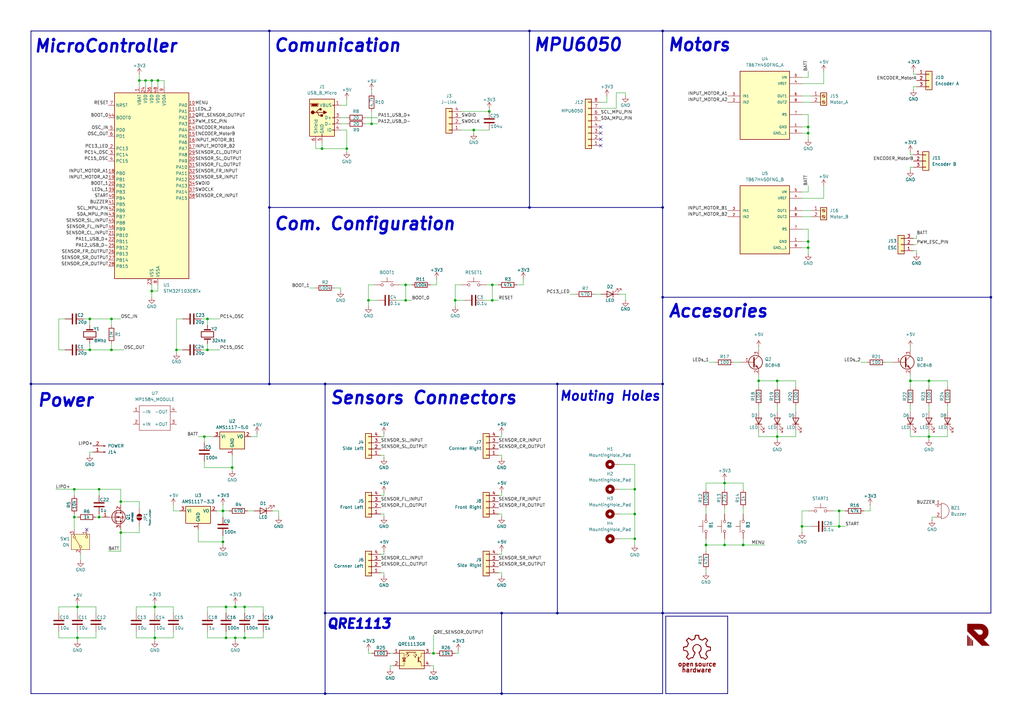
<source format=kicad_sch>
(kicad_sch (version 20250114) (generator "eeschema") (generator_version "9.0")
  (paper "A3")
  (title_block (title "RvMeg - Romano") (date "2025-09-30") (rev "v2.0") (company "Club de Robótica \"2 de Abril\"") (comment 1 "Autor: Iván Romano") (comment 2 "Categoría: Robót Laberinto") (comment 3 "Competencia: Liga Nacional de Robótica") (comment 4 "Ubicación: Lomas de Zamora, Buenos Aires, Argentina") (comment 5 "Contacto: romanoivanelectronica06@gmail.com"))
  (text "QRE1113" (at 147.32 256.032 0) (effects (font (size 3.81 3.81) (thickness 1.016) (bold yes) (italic yes))))
  (text "Mouting Holes" (at 250.19 162.56 0) (effects (font (size 3.81 3.81) (thickness 0.762) (bold yes) (italic yes))))
  (text "MPU6050" (at 236.982 18.542 0) (effects (font (size 5.08 5.08) (thickness 1.016) (bold yes) (italic yes))))
  (text "Power" (at 26.924 164.338 0) (effects (font (size 5.08 5.08) (thickness 1.016) (bold yes) (italic yes))))
  (text "Com. Configuration" (at 149.606 91.948 0) (effects (font (size 5.08 5.08) (thickness 1.016) (bold yes) (italic yes))))
  (text "MicroController" (at 43.434 19.05 0) (effects (font (size 5.08 5.08) (thickness 1.016) (bold yes) (italic yes))))
  (text "Accesories" (at 294.64 127.762 0) (effects (font (size 5.08 5.08) (thickness 1.016) (bold yes) (italic yes))))
  (text "Comunication" (at 138.43 18.796 0) (effects (font (size 5.08 5.08) (thickness 1.016) (bold yes) (italic yes))))
  (text "Motors" (at 286.766 18.542 0) (effects (font (size 5.08 5.08) (thickness 1.016) (bold yes) (italic yes))))
  (text "Sensors Connectors" (at 173.736 163.322 0) (effects (font (size 5.08 5.08) (thickness 1.016) (bold yes) (italic yes))))
  (junction (at 331.47 101.6))
  (junction (at 331.47 99.06))
  (junction (at 271.78 157.48))
  (junction (at 381 179.07))
  (junction (at 142.24 60.96))
  (junction (at 57.15 33.02))
  (junction (at 318.77 179.07))
  (junction (at 30.48 200.66))
  (junction (at 166.37 116.84))
  (junction (at 110.49 157.48))
  (junction (at 83.82 179.07))
  (junction (at 12.7 157.48))
  (junction (at 36.83 130.81))
  (junction (at 201.93 123.19))
  (junction (at 30.48 212.09))
  (junction (at 95.25 191.77))
  (junction (at 133.35 157.48))
  (junction (at 72.39 143.51))
  (junction (at 40.64 200.66))
  (junction (at 63.5 248.92))
  (junction (at 297.18 198.12))
  (junction (at 92.71 248.92))
  (junction (at 194.31 53.34))
  (junction (at 304.8 223.52))
  (junction (at 152.4 50.8))
  (junction (at 62.23 33.02))
  (junction (at 344.17 215.9))
  (junction (at 381 156.21))
  (junction (at 133.35 284.48))
  (junction (at 151.13 123.19))
  (junction (at 271.78 121.92))
  (junction (at 289.56 223.52))
  (junction (at 31.75 261.62))
  (junction (at 311.15 156.21))
  (junction (at 92.71 261.62))
  (junction (at 318.77 156.21))
  (junction (at 49.53 218.44))
  (junction (at 132.08 60.96))
  (junction (at 260.35 220.98))
  (junction (at 59.69 33.02))
  (junction (at 85.09 143.51))
  (junction (at 64.77 33.02))
  (junction (at 201.93 116.84))
  (junction (at 186.69 123.19))
  (junction (at 205.74 284.48))
  (junction (at 406.4 121.92))
  (junction (at 373.38 156.21))
  (junction (at 331.47 52.07))
  (junction (at 166.37 123.19))
  (junction (at 331.47 54.61))
  (junction (at 96.52 261.62))
  (junction (at 297.18 223.52))
  (junction (at 228.6 251.46))
  (junction (at 217.17 12.7))
  (junction (at 344.17 209.55))
  (junction (at 217.17 85.09))
  (junction (at 260.35 210.82))
  (junction (at 62.23 119.38))
  (junction (at 85.09 130.81))
  (junction (at 177.8 267.97))
  (junction (at 260.35 200.66))
  (junction (at 45.72 143.51))
  (junction (at 205.74 251.46))
  (junction (at 49.53 205.74))
  (junction (at 110.49 12.7))
  (junction (at 63.5 261.62))
  (junction (at 271.78 12.7))
  (junction (at 40.64 212.09))
  (junction (at 91.44 209.55))
  (junction (at 45.72 130.81))
  (junction (at 271.78 85.09))
  (junction (at 200.66 45.72))
  (junction (at 271.78 251.46))
  (junction (at 31.75 248.92))
  (junction (at 133.35 251.46))
  (junction (at 228.6 157.48))
  (junction (at 328.93 215.9))
  (junction (at 36.83 143.51))
  (junction (at 100.33 248.92))
  (junction (at 100.33 261.62))
  (junction (at 96.52 248.92))
  (junction (at 110.49 85.09))
  (junction (at 91.44 222.25))
  (no_connect (at 246.38 57.15))
  (no_connect (at 246.38 59.69))
  (no_connect (at 246.38 54.61))
  (no_connect (at 35.56 217.17))
  (no_connect (at 246.38 52.07))
  (bus (pts (xy 12.7 157.48) (xy 12.7 284.48)))
  (wire (pts (xy 318.77 176.53) (xy 318.77 179.07)))
  (wire (pts (xy 55.88 248.92) (xy 63.5 248.92)))
  (wire (pts (xy 186.69 123.19) (xy 186.69 125.73)))
  (wire (pts (xy 33.02 227.33) (xy 33.02 229.87)))
  (wire (pts (xy 328.93 99.06) (xy 331.47 99.06)))
  (wire (pts (xy 64.77 33.02) (xy 67.31 33.02)))
  (wire (pts (xy 63.5 261.62) (xy 63.5 262.89)))
  (wire (pts (xy 233.68 120.65) (xy 236.22 120.65)))
  (wire (pts (xy 354.33 209.55) (xy 356.87 209.55)))
  (wire (pts (xy 252.73 44.45) (xy 246.38 44.45)))
  (wire (pts (xy 289.56 223.52) (xy 289.56 226.06)))
  (wire (pts (xy 374.65 97.79) (xy 375.92 97.79)))
  (wire (pts (xy 57.15 33.02) (xy 59.69 33.02)))
  (wire (pts (xy 381 166.37) (xy 381 168.91)))
  (wire (pts (xy 256.54 38.1) (xy 252.73 38.1)))
  (wire (pts (xy 256.54 39.37) (xy 256.54 38.1)))
  (wire (pts (xy 157.48 186.69) (xy 157.48 187.96)))
  (bus (pts (xy 133.35 157.48) (xy 228.6 157.48)))
  (bus (pts (xy 110.49 157.48) (xy 110.49 85.09)))
  (wire (pts (xy 160.02 273.05) (xy 161.29 273.05)))
  (wire (pts (xy 212.09 116.84) (xy 214.63 116.84)))
  (wire (pts (xy 49.53 218.44) (xy 57.15 218.44)))
  (wire (pts (xy 373.38 179.07) (xy 381 179.07)))
  (wire (pts (xy 107.95 259.08) (xy 107.95 261.62)))
  (wire (pts (xy 40.64 212.09) (xy 40.64 210.82)))
  (wire (pts (xy 256.54 120.65) (xy 254 120.65)))
  (wire (pts (xy 331.47 46.99) (xy 331.47 52.07)))
  (wire (pts (xy 382.27 213.36) (xy 382.27 212.09)))
  (wire (pts (xy 49.53 200.66) (xy 49.53 205.74)))
  (bus (pts (xy 217.17 85.09) (xy 110.49 85.09)))
  (wire (pts (xy 297.18 198.12) (xy 297.18 200.66)))
  (wire (pts (xy 331.47 54.61) (xy 331.47 57.15)))
  (wire (pts (xy 260.35 200.66) (xy 260.35 210.82)))
  (wire (pts (xy 328.93 101.6) (xy 331.47 101.6)))
  (wire (pts (xy 64.77 119.38) (xy 64.77 116.84)))
  (bus (pts (xy 273.05 284.48) (xy 298.45 284.48)))
  (wire (pts (xy 49.53 217.17) (xy 49.53 218.44)))
  (wire (pts (xy 381 176.53) (xy 381 179.07)))
  (wire (pts (xy 96.52 248.92) (xy 100.33 248.92)))
  (wire (pts (xy 353.06 148.59) (xy 355.6 148.59)))
  (wire (pts (xy 156.21 186.69) (xy 157.48 186.69)))
  (wire (pts (xy 204.47 186.69) (xy 205.74 186.69)))
  (wire (pts (xy 156.21 234.95) (xy 157.48 234.95)))
  (wire (pts (xy 102.87 179.07) (xy 105.41 179.07)))
  (wire (pts (xy 152.4 50.8) (xy 154.94 50.8)))
  (bus (pts (xy 110.49 157.48) (xy 133.35 157.48)))
  (wire (pts (xy 199.39 116.84) (xy 201.93 116.84)))
  (wire (pts (xy 30.48 212.09) (xy 30.48 217.17)))
  (wire (pts (xy 289.56 208.28) (xy 289.56 210.82)))
  (wire (pts (xy 30.48 200.66) (xy 40.64 200.66)))
  (wire (pts (xy 260.35 210.82) (xy 254 210.82)))
  (wire (pts (xy 177.8 267.97) (xy 179.07 267.97)))
  (wire (pts (xy 337.82 34.29) (xy 328.93 34.29)))
  (wire (pts (xy 24.13 251.46) (xy 24.13 248.92)))
  (wire (pts (xy 363.22 148.59) (xy 365.76 148.59)))
  (wire (pts (xy 205.74 179.07) (xy 205.74 177.8)))
  (wire (pts (xy 63.5 259.08) (xy 63.5 261.62)))
  (wire (pts (xy 194.31 53.34) (xy 194.31 54.61)))
  (wire (pts (xy 40.64 200.66) (xy 49.53 200.66)))
  (wire (pts (xy 157.48 179.07) (xy 157.48 177.8)))
  (bus (pts (xy 271.78 85.09) (xy 217.17 85.09)))
  (wire (pts (xy 157.48 210.82) (xy 157.48 212.09)))
  (wire (pts (xy 151.13 123.19) (xy 154.94 123.19)))
  (wire (pts (xy 71.12 207.01) (xy 71.12 209.55)))
  (wire (pts (xy 85.09 143.51) (xy 90.17 143.51)))
  (wire (pts (xy 151.13 116.84) (xy 151.13 123.19)))
  (wire (pts (xy 311.15 153.67) (xy 311.15 156.21)))
  (bus (pts (xy 12.7 284.48) (xy 133.35 284.48)))
  (wire (pts (xy 328.93 46.99) (xy 331.47 46.99)))
  (wire (pts (xy 62.23 33.02) (xy 62.23 35.56)))
  (wire (pts (xy 328.93 215.9) (xy 328.93 218.44)))
  (bus (pts (xy 406.4 251.46) (xy 406.4 121.92)))
  (wire (pts (xy 92.71 259.08) (xy 92.71 261.62)))
  (wire (pts (xy 24.13 143.51) (xy 26.67 143.51)))
  (bus (pts (xy 205.74 251.46) (xy 228.6 251.46)))
  (wire (pts (xy 331.47 31.75) (xy 328.93 31.75)))
  (wire (pts (xy 31.75 248.92) (xy 31.75 251.46)))
  (wire (pts (xy 205.74 210.82) (xy 205.74 212.09)))
  (wire (pts (xy 373.38 69.85) (xy 373.38 68.58)))
  (wire (pts (xy 129.54 60.96) (xy 132.08 60.96)))
  (bus (pts (xy 110.49 12.7) (xy 110.49 85.09)))
  (wire (pts (xy 289.56 200.66) (xy 289.56 198.12)))
  (bus (pts (xy 406.4 12.7) (xy 271.78 12.7)))
  (wire (pts (xy 186.69 116.84) (xy 186.69 123.19)))
  (wire (pts (xy 100.33 248.92) (xy 100.33 251.46)))
  (bus (pts (xy 271.78 121.92) (xy 406.4 121.92)))
  (wire (pts (xy 177.8 260.35) (xy 177.8 267.97)))
  (wire (pts (xy 311.15 156.21) (xy 318.77 156.21)))
  (wire (pts (xy 166.37 123.19) (xy 168.91 123.19)))
  (wire (pts (xy 297.18 220.98) (xy 297.18 223.52)))
  (wire (pts (xy 63.5 248.92) (xy 71.12 248.92)))
  (wire (pts (xy 24.13 259.08) (xy 24.13 261.62)))
  (wire (pts (xy 85.09 248.92) (xy 92.71 248.92)))
  (wire (pts (xy 344.17 215.9) (xy 346.71 215.9)))
  (wire (pts (xy 337.82 81.28) (xy 328.93 81.28)))
  (wire (pts (xy 331.47 52.07) (xy 331.47 54.61)))
  (wire (pts (xy 304.8 223.52) (xy 313.69 223.52)))
  (wire (pts (xy 92.71 248.92) (xy 96.52 248.92)))
  (wire (pts (xy 340.36 215.9) (xy 344.17 215.9)))
  (bus (pts (xy 271.78 121.92) (xy 271.78 85.09)))
  (wire (pts (xy 388.62 179.07) (xy 388.62 176.53)))
  (wire (pts (xy 149.86 48.26) (xy 154.94 48.26)))
  (wire (pts (xy 205.74 227.33) (xy 205.74 226.06)))
  (wire (pts (xy 36.83 140.97) (xy 36.83 143.51)))
  (bus (pts (xy 133.35 251.46) (xy 133.35 284.48)))
  (wire (pts (xy 373.38 156.21) (xy 381 156.21)))
  (wire (pts (xy 36.83 130.81) (xy 45.72 130.81)))
  (wire (pts (xy 91.44 222.25) (xy 91.44 223.52)))
  (wire (pts (xy 256.54 123.19) (xy 256.54 120.65)))
  (wire (pts (xy 328.93 93.98) (xy 331.47 93.98)))
  (wire (pts (xy 373.38 142.24) (xy 373.38 143.51)))
  (wire (pts (xy 160.02 274.32) (xy 160.02 273.05)))
  (bus (pts (xy 133.35 157.48) (xy 133.35 251.46)))
  (wire (pts (xy 375.92 97.79) (xy 375.92 96.52)))
  (wire (pts (xy 81.28 217.17) (xy 81.28 222.25)))
  (wire (pts (xy 151.13 123.19) (xy 151.13 125.73)))
  (bus (pts (xy 271.78 251.46) (xy 271.78 284.48)))
  (bus (pts (xy 205.74 284.48) (xy 271.78 284.48)))
  (wire (pts (xy 31.75 261.62) (xy 31.75 262.89)))
  (wire (pts (xy 318.77 166.37) (xy 318.77 168.91)))
  (wire (pts (xy 328.93 52.07) (xy 331.47 52.07)))
  (wire (pts (xy 157.48 227.33) (xy 157.48 226.06)))
  (wire (pts (xy 62.23 33.02) (xy 64.77 33.02)))
  (wire (pts (xy 88.9 209.55) (xy 91.44 209.55)))
  (wire (pts (xy 300.99 148.59) (xy 303.53 148.59)))
  (wire (pts (xy 373.38 156.21) (xy 373.38 158.75)))
  (wire (pts (xy 142.24 40.64) (xy 142.24 43.18)))
  (wire (pts (xy 72.39 130.81) (xy 72.39 143.51)))
  (wire (pts (xy 344.17 209.55) (xy 346.71 209.55)))
  (wire (pts (xy 388.62 166.37) (xy 388.62 168.91)))
  (wire (pts (xy 63.5 261.62) (xy 71.12 261.62)))
  (wire (pts (xy 304.8 223.52) (xy 304.8 220.98)))
  (bus (pts (xy 228.6 157.48) (xy 271.78 157.48)))
  (wire (pts (xy 72.39 143.51) (xy 72.39 144.78)))
  (wire (pts (xy 139.7 48.26) (xy 142.24 48.26)))
  (bus (pts (xy 406.4 121.92) (xy 406.4 12.7)))
  (wire (pts (xy 318.77 179.07) (xy 326.39 179.07)))
  (wire (pts (xy 326.39 156.21) (xy 326.39 158.75)))
  (bus (pts (xy 271.78 157.48) (xy 271.78 121.92)))
  (wire (pts (xy 260.35 190.5) (xy 260.35 200.66)))
  (wire (pts (xy 72.39 143.51) (xy 74.93 143.51)))
  (wire (pts (xy 91.44 222.25) (xy 91.44 219.71)))
  (wire (pts (xy 55.88 261.62) (xy 63.5 261.62)))
  (wire (pts (xy 374.65 35.56) (xy 375.92 35.56)))
  (wire (pts (xy 152.4 36.83) (xy 152.4 38.1)))
  (wire (pts (xy 85.09 259.08) (xy 85.09 261.62)))
  (bus (pts (xy 271.78 157.48) (xy 271.78 251.46)))
  (wire (pts (xy 177.8 274.32) (xy 177.8 273.05)))
  (wire (pts (xy 186.69 267.97) (xy 187.96 267.97)))
  (wire (pts (xy 85.09 261.62) (xy 92.71 261.62)))
  (wire (pts (xy 49.53 218.44) (xy 49.53 226.06)))
  (wire (pts (xy 64.77 33.02) (xy 64.77 35.56)))
  (wire (pts (xy 331.47 209.55) (xy 328.93 209.55)))
  (wire (pts (xy 71.12 261.62) (xy 71.12 259.08)))
  (wire (pts (xy 176.53 116.84) (xy 179.07 116.84)))
  (wire (pts (xy 71.12 209.55) (xy 73.66 209.55)))
  (wire (pts (xy 55.88 251.46) (xy 55.88 248.92)))
  (wire (pts (xy 254 190.5) (xy 260.35 190.5)))
  (wire (pts (xy 297.18 208.28) (xy 297.18 210.82)))
  (wire (pts (xy 373.38 176.53) (xy 373.38 179.07)))
  (wire (pts (xy 297.18 196.85) (xy 297.18 198.12)))
  (wire (pts (xy 344.17 209.55) (xy 344.17 215.9)))
  (wire (pts (xy 62.23 119.38) (xy 62.23 121.92)))
  (wire (pts (xy 381 179.07) (xy 388.62 179.07)))
  (wire (pts (xy 34.29 143.51) (xy 36.83 143.51)))
  (wire (pts (xy 85.09 248.92) (xy 85.09 251.46)))
  (wire (pts (xy 374.65 100.33) (xy 375.92 100.33)))
  (wire (pts (xy 83.82 179.07) (xy 87.63 179.07)))
  (bus (pts (xy 273.05 252.73) (xy 298.45 252.73)))
  (wire (pts (xy 31.75 259.08) (xy 31.75 261.62)))
  (wire (pts (xy 311.15 176.53) (xy 311.15 179.07)))
  (wire (pts (xy 186.69 123.19) (xy 190.5 123.19)))
  (wire (pts (xy 100.33 261.62) (xy 107.95 261.62)))
  (wire (pts (xy 129.54 58.42) (xy 129.54 60.96)))
  (wire (pts (xy 82.55 143.51) (xy 85.09 143.51)))
  (bus (pts (xy 205.74 251.46) (xy 205.74 284.48)))
  (wire (pts (xy 289.56 198.12) (xy 297.18 198.12)))
  (wire (pts (xy 318.77 156.21) (xy 318.77 158.75)))
  (wire (pts (xy 142.24 60.96) (xy 142.24 53.34)))
  (wire (pts (xy 96.52 247.65) (xy 96.52 248.92)))
  (wire (pts (xy 57.15 215.9) (xy 57.15 218.44)))
  (wire (pts (xy 45.72 143.51) (xy 50.8 143.51)))
  (wire (pts (xy 252.73 38.1) (xy 252.73 44.45)))
  (wire (pts (xy 57.15 35.56) (xy 57.15 33.02)))
  (wire (pts (xy 326.39 179.07) (xy 326.39 176.53)))
  (wire (pts (xy 85.09 130.81) (xy 85.09 133.35)))
  (wire (pts (xy 85.09 140.97) (xy 85.09 143.51)))
  (wire (pts (xy 24.13 261.62) (xy 31.75 261.62)))
  (wire (pts (xy 83.82 179.07) (xy 83.82 181.61)))
  (wire (pts (xy 31.75 261.62) (xy 39.37 261.62)))
  (wire (pts (xy 96.52 261.62) (xy 100.33 261.62)))
  (wire (pts (xy 311.15 142.24) (xy 311.15 143.51)))
  (wire (pts (xy 127 118.11) (xy 129.54 118.11)))
  (wire (pts (xy 289.56 220.98) (xy 289.56 223.52)))
  (wire (pts (xy 318.77 156.21) (xy 326.39 156.21)))
  (bus (pts (xy 271.78 12.7) (xy 271.78 85.09)))
  (wire (pts (xy 142.24 62.23) (xy 142.24 60.96)))
  (wire (pts (xy 95.25 186.69) (xy 95.25 191.77)))
  (wire (pts (xy 254 220.98) (xy 260.35 220.98)))
  (wire (pts (xy 45.72 130.81) (xy 45.72 133.35)))
  (wire (pts (xy 187.96 266.7) (xy 187.96 267.97)))
  (wire (pts (xy 36.83 186.69) (xy 36.83 185.42)))
  (wire (pts (xy 85.09 130.81) (xy 90.17 130.81)))
  (wire (pts (xy 374.65 36.83) (xy 374.65 35.56)))
  (wire (pts (xy 374.65 29.21) (xy 374.65 30.48)))
  (bus (pts (xy 133.35 284.48) (xy 205.74 284.48)))
  (wire (pts (xy 162.56 123.19) (xy 166.37 123.19)))
  (wire (pts (xy 57.15 208.28) (xy 57.15 205.74)))
  (wire (pts (xy 201.93 123.19) (xy 204.47 123.19)))
  (wire (pts (xy 100.33 259.08) (xy 100.33 261.62)))
  (wire (pts (xy 142.24 53.34) (xy 139.7 53.34)))
  (wire (pts (xy 166.37 116.84) (xy 166.37 123.19)))
  (wire (pts (xy 107.95 248.92) (xy 107.95 251.46)))
  (wire (pts (xy 91.44 209.55) (xy 91.44 212.09)))
  (wire (pts (xy 297.18 198.12) (xy 304.8 198.12)))
  (wire (pts (xy 311.15 166.37) (xy 311.15 168.91)))
  (wire (pts (xy 304.8 198.12) (xy 304.8 200.66)))
  (wire (pts (xy 139.7 118.11) (xy 137.16 118.11)))
  (wire (pts (xy 149.86 50.8) (xy 152.4 50.8)))
  (wire (pts (xy 92.71 261.62) (xy 96.52 261.62)))
  (wire (pts (xy 189.23 45.72) (xy 200.66 45.72)))
  (wire (pts (xy 331.47 29.21) (xy 331.47 31.75)))
  (wire (pts (xy 96.52 261.62) (xy 96.52 262.89)))
  (wire (pts (xy 189.23 53.34) (xy 194.31 53.34)))
  (wire (pts (xy 157.48 203.2) (xy 157.48 201.93)))
  (wire (pts (xy 142.24 43.18) (xy 139.7 43.18)))
  (wire (pts (xy 214.63 114.3) (xy 214.63 116.84)))
  (bus (pts (xy 110.49 12.7) (xy 217.17 12.7)))
  (wire (pts (xy 204.47 203.2) (xy 205.74 203.2)))
  (wire (pts (xy 254 200.66) (xy 260.35 200.66)))
  (wire (pts (xy 290.83 148.59) (xy 293.37 148.59)))
  (wire (pts (xy 156.21 227.33) (xy 157.48 227.33)))
  (wire (pts (xy 151.13 267.97) (xy 152.4 267.97)))
  (wire (pts (xy 328.93 39.37) (xy 332.74 39.37)))
  (wire (pts (xy 331.47 101.6) (xy 331.47 104.14)))
  (wire (pts (xy 373.38 68.58) (xy 374.65 68.58)))
  (wire (pts (xy 201.93 116.84) (xy 204.47 116.84)))
  (wire (pts (xy 201.93 116.84) (xy 201.93 123.19)))
  (wire (pts (xy 83.82 189.23) (xy 83.82 191.77)))
  (wire (pts (xy 177.8 273.05) (xy 176.53 273.05)))
  (bus (pts (xy 228.6 251.46) (xy 271.78 251.46)))
  (wire (pts (xy 382.27 212.09) (xy 383.54 212.09)))
  (wire (pts (xy 328.93 215.9) (xy 332.74 215.9)))
  (wire (pts (xy 160.02 267.97) (xy 161.29 267.97)))
  (wire (pts (xy 304.8 208.28) (xy 304.8 210.82)))
  (wire (pts (xy 55.88 259.08) (xy 55.88 261.62)))
  (wire (pts (xy 328.93 209.55) (xy 328.93 215.9)))
  (bus (pts (xy 133.35 251.46) (xy 205.74 251.46)))
  (wire (pts (xy 328.93 41.91) (xy 332.74 41.91)))
  (wire (pts (xy 36.83 185.42) (xy 38.1 185.42)))
  (wire (pts (xy 194.31 53.34) (xy 200.66 53.34)))
  (wire (pts (xy 328.93 88.9) (xy 332.74 88.9)))
  (wire (pts (xy 163.83 116.84) (xy 166.37 116.84)))
  (wire (pts (xy 331.47 78.74) (xy 328.93 78.74)))
  (wire (pts (xy 40.64 200.66) (xy 40.64 203.2)))
  (bus (pts (xy 217.17 12.7) (xy 271.78 12.7)))
  (wire (pts (xy 318.77 179.07) (xy 318.77 180.34)))
  (wire (pts (xy 373.38 62.23) (xy 373.38 63.5)))
  (wire (pts (xy 44.45 226.06) (xy 49.53 226.06)))
  (wire (pts (xy 57.15 33.02) (xy 57.15 30.48)))
  (wire (pts (xy 374.65 30.48) (xy 375.92 30.48)))
  (wire (pts (xy 204.47 210.82) (xy 205.74 210.82)))
  (wire (pts (xy 31.75 248.92) (xy 39.37 248.92)))
  (wire (pts (xy 331.47 93.98) (xy 331.47 99.06)))
  (wire (pts (xy 260.35 223.52) (xy 260.35 220.98)))
  (wire (pts (xy 156.21 179.07) (xy 157.48 179.07)))
  (wire (pts (xy 328.93 54.61) (xy 331.47 54.61)))
  (wire (pts (xy 326.39 166.37) (xy 326.39 168.91)))
  (wire (pts (xy 101.6 209.55) (xy 104.14 209.55)))
  (wire (pts (xy 71.12 248.92) (xy 71.12 251.46)))
  (wire (pts (xy 381 179.07) (xy 381 180.34)))
  (wire (pts (xy 105.41 177.8) (xy 105.41 179.07)))
  (wire (pts (xy 156.21 203.2) (xy 157.48 203.2)))
  (wire (pts (xy 388.62 156.21) (xy 388.62 158.75)))
  (wire (pts (xy 205.74 203.2) (xy 205.74 201.93)))
  (wire (pts (xy 260.35 220.98) (xy 260.35 210.82)))
  (wire (pts (xy 39.37 261.62) (xy 39.37 259.08)))
  (wire (pts (xy 81.28 222.25) (xy 91.44 222.25)))
  (wire (pts (xy 289.56 223.52) (xy 297.18 223.52)))
  (wire (pts (xy 63.5 248.92) (xy 63.5 251.46)))
  (wire (pts (xy 24.13 248.92) (xy 31.75 248.92)))
  (wire (pts (xy 132.08 60.96) (xy 142.24 60.96)))
  (wire (pts (xy 57.15 205.74) (xy 49.53 205.74)))
  (wire (pts (xy 337.82 76.2) (xy 337.82 81.28)))
  (wire (pts (xy 62.23 119.38) (xy 64.77 119.38)))
  (wire (pts (xy 36.83 143.51) (xy 45.72 143.51)))
  (wire (pts (xy 297.18 223.52) (xy 304.8 223.52)))
  (bus (pts (xy 12.7 12.7) (xy 12.7 157.48)))
  (wire (pts (xy 375.92 104.14) (xy 375.92 102.87)))
  (wire (pts (xy 81.28 179.07) (xy 83.82 179.07)))
  (wire (pts (xy 30.48 212.09) (xy 31.75 212.09)))
  (wire (pts (xy 100.33 248.92) (xy 107.95 248.92)))
  (wire (pts (xy 373.38 153.67) (xy 373.38 156.21)))
  (wire (pts (xy 156.21 210.82) (xy 157.48 210.82)))
  (wire (pts (xy 67.31 33.02) (xy 67.31 35.56)))
  (bus (pts (xy 273.05 252.73) (xy 273.05 284.48)))
  (wire (pts (xy 373.38 166.37) (xy 373.38 168.91)))
  (wire (pts (xy 45.72 140.97) (xy 45.72 143.51)))
  (wire (pts (xy 189.23 116.84) (xy 186.69 116.84)))
  (wire (pts (xy 49.53 205.74) (xy 49.53 207.01)))
  (wire (pts (xy 59.69 33.02) (xy 62.23 33.02)))
  (wire (pts (xy 63.5 247.65) (xy 63.5 248.92)))
  (wire (pts (xy 381 156.21) (xy 381 158.75)))
  (wire (pts (xy 45.72 130.81) (xy 49.53 130.81)))
  (wire (pts (xy 95.25 191.77) (xy 95.25 193.04)))
  (wire (pts (xy 92.71 248.92) (xy 92.71 251.46)))
  (wire (pts (xy 204.47 234.95) (xy 205.74 234.95)))
  (wire (pts (xy 40.64 212.09) (xy 41.91 212.09)))
  (wire (pts (xy 153.67 116.84) (xy 151.13 116.84)))
  (wire (pts (xy 176.53 267.97) (xy 177.8 267.97)))
  (wire (pts (xy 179.07 114.3) (xy 179.07 116.84)))
  (wire (pts (xy 114.3 209.55) (xy 111.76 209.55)))
  (bus (pts (xy 217.17 12.7) (xy 217.17 85.09)))
  (wire (pts (xy 59.69 33.02) (xy 59.69 35.56)))
  (wire (pts (xy 114.3 212.09) (xy 114.3 209.55)))
  (wire (pts (xy 34.29 130.81) (xy 36.83 130.81)))
  (wire (pts (xy 31.75 247.65) (xy 31.75 248.92)))
  (wire (pts (xy 26.67 130.81) (xy 24.13 130.81)))
  (wire (pts (xy 375.92 102.87) (xy 374.65 102.87)))
  (wire (pts (xy 132.08 58.42) (xy 132.08 60.96)))
  (bus (pts (xy 12.7 157.48) (xy 110.49 157.48)))
  (wire (pts (xy 91.44 209.55) (xy 93.98 209.55)))
  (wire (pts (xy 200.66 44.45) (xy 200.66 45.72)))
  (wire (pts (xy 62.23 116.84) (xy 62.23 119.38)))
  (bus (pts (xy 271.78 251.46) (xy 406.4 251.46)))
  (wire (pts (xy 289.56 233.68) (xy 289.56 234.95)))
  (wire (pts (xy 152.4 45.72) (xy 152.4 50.8)))
  (wire (pts (xy 91.44 207.01) (xy 91.44 209.55)))
  (wire (pts (xy 24.13 130.81) (xy 24.13 143.51)))
  (wire (pts (xy 157.48 234.95) (xy 157.48 236.22)))
  (wire (pts (xy 248.92 41.91) (xy 246.38 41.91)))
  (wire (pts (xy 22.86 200.66) (xy 30.48 200.66)))
  (wire (pts (xy 248.92 39.37) (xy 248.92 41.91)))
  (wire (pts (xy 204.47 179.07) (xy 205.74 179.07)))
  (wire (pts (xy 139.7 119.38) (xy 139.7 118.11)))
  (wire (pts (xy 205.74 186.69) (xy 205.74 187.96)))
  (wire (pts (xy 39.37 248.92) (xy 39.37 251.46)))
  (wire (pts (xy 311.15 179.07) (xy 318.77 179.07)))
  (wire (pts (xy 243.84 120.65) (xy 246.38 120.65)))
  (wire (pts (xy 166.37 116.84) (xy 168.91 116.84)))
  (bus (pts (xy 12.7 12.7) (xy 110.49 12.7)))
  (wire (pts (xy 204.47 227.33) (xy 205.74 227.33)))
  (wire (pts (xy 205.74 234.95) (xy 205.74 236.22)))
  (wire (pts (xy 381 156.21) (xy 388.62 156.21)))
  (wire (pts (xy 356.87 207.01) (xy 356.87 209.55)))
  (wire (pts (xy 151.13 266.7) (xy 151.13 267.97)))
  (wire (pts (xy 337.82 29.21) (xy 337.82 34.29)))
  (wire (pts (xy 74.93 130.81) (xy 72.39 130.81)))
  (wire (pts (xy 39.37 212.09) (xy 40.64 212.09)))
  (bus (pts (xy 298.45 284.48) (xy 298.45 252.73)))
  (wire (pts (xy 373.38 63.5) (xy 374.65 63.5)))
  (wire (pts (xy 30.48 200.66) (xy 30.48 203.2)))
  (wire (pts (xy 328.93 86.36) (xy 332.74 86.36)))
  (wire (pts (xy 198.12 123.19) (xy 201.93 123.19)))
  (wire (pts (xy 83.82 191.77) (xy 95.25 191.77)))
  (wire (pts (xy 311.15 156.21) (xy 311.15 158.75)))
  (bus (pts (xy 228.6 157.48) (xy 228.6 251.46)))
  (wire (pts (xy 82.55 130.81) (xy 85.09 130.81)))
  (wire (pts (xy 139.7 50.8) (xy 142.24 50.8)))
  (wire (pts (xy 30.48 210.82) (xy 30.48 212.09)))
  (wire (pts (xy 36.83 130.81) (xy 36.83 133.35)))
  (wire (pts (xy 331.47 76.2) (xy 331.47 78.74)))
  (wire (pts (xy 331.47 99.06) (xy 331.47 101.6)))
  (wire (pts (xy 341.63 209.55) (xy 344.17 209.55)))
  (label "PA11_USB_D+" (at 154.94 48.26 0))
  (label "SENSOR_CL_OUTPUT" (at 156.21 232.41 0))
  (label "SENSOR_FR_OUTPUT" (at 44.45 104.14 180))
  (label "BATT" (at 331.47 76.2 90))
  (label "SCL_MPU_PIN" (at 44.45 86.36 180))
  (label "INPUT_MOTOR_B2" (at 80.01 60.96 0))
  (label "RESET" (at 204.47 123.19 0))
  (label "PWM_ESC_PIN" (at 80.01 50.8 0))
  (label "BATT" (at 375.92 96.52 0))
  (label "SWDCLK" (at 80.01 78.74 0))
  (label "SDA_MPU_PIN" (at 246.38 49.53 0))
  (label "SENSOR_CR_INPUT" (at 204.47 181.61 0))
  (label "SENSOR_SR_INPUT" (at 204.47 229.87 0))
  (label "INPUT_MOTOR_A1" (at 44.45 71.12 180))
  (label "PA12_USB_D-" (at 44.45 101.6 180))
  (label "OSC_OUT" (at 50.8 143.51 0))
  (label "PC14_OSC" (at 44.45 63.5 180))
  (label "SENSOR_CR_INPUT" (at 80.01 81.28 0))
  (label "QRE_SENSOR_OUTPUT" (at 177.8 260.35 0))
  (label "INPUT_MOTOR_A1" (at 298.45 39.37 180))
  (label "INPUT_MOTOR_B2" (at 298.45 88.9 180))
  (label "BATT" (at 331.47 29.21 90))
  (label "START" (at 346.71 215.9 0))
  (label "LEDs_2" (at 80.01 45.72 0))
  (label "SWDIO" (at 80.01 76.2 0))
  (label "PC13_LED" (at 44.45 60.96 180))
  (label "SENSOR_CL_INPUT" (at 44.45 96.52 180))
  (label "BUZZER" (at 44.45 83.82 180))
  (label "SENSOR_SL_OUTPUT" (at 156.21 184.15 0))
  (label "SENSOR_CR_OUTPUT" (at 204.47 184.15 0))
  (label "PA11_USB_D+" (at 44.45 99.06 180))
  (label "RESET" (at 44.45 43.18 180))
  (label "SENSOR_CL_OUTPUT" (at 80.01 63.5 0))
  (label "PC13_LED" (at 233.68 120.65 180))
  (label "INPUT_MOTOR_B1" (at 298.45 86.36 180))
  (label "SENSOR_FL_INPUT" (at 156.21 205.74 0))
  (label "OSC_IN" (at 44.45 53.34 180))
  (label "INPUT_MOTOR_A2" (at 298.45 41.91 180))
  (label "ENCODER_MotorB" (at 80.01 55.88 0))
  (label "BATT" (at 81.28 179.07 180))
  (label "BOOT_1" (at 127 118.11 180))
  (label "SWDIO" (at 189.23 48.26 0))
  (label "BATT" (at 44.45 226.06 0))
  (label "PWM_ESC_PIN" (at 375.92 100.33 0))
  (label "PC14_OSC" (at 90.17 130.81 0))
  (label "MENU" (at 313.69 223.52 180))
  (label "OSC_IN" (at 49.53 130.81 0))
  (label "SCL_MPU_PIN" (at 246.38 46.99 0))
  (label "SENSOR_SR_INPUT" (at 80.01 73.66 0))
  (label "MENU" (at 80.01 43.18 0))
  (label "SENSOR_FR_OUTPUT" (at 204.47 208.28 0))
  (label "INPUT_MOTOR_A2" (at 44.45 73.66 180))
  (label "SENSOR_FR_INPUT" (at 80.01 71.12 0))
  (label "PC15_OSC" (at 90.17 143.51 0))
  (label "LEDs_2" (at 353.06 148.59 180))
  (label "PA12_USB_D-" (at 154.94 50.8 0))
  (label "PC15_OSC" (at 44.45 66.04 180))
  (label "BOOT_0" (at 44.45 48.26 180))
  (label "SENSOR_CR_OUTPUT" (at 44.45 109.22 180))
  (label "SDA_MPU_PIN" (at 44.45 88.9 180))
  (label "QRE_SENSOR_OUTPUT" (at 80.01 48.26 0))
  (label "SENSOR_SR_OUTPUT" (at 44.45 106.68 180))
  (label "INPUT_MOTOR_B1" (at 80.01 58.42 0))
  (label "BUZZER" (at 383.54 207.01 180))
  (label "SENSOR_FL_OUTPUT" (at 156.21 208.28 0))
  (label "SENSOR_SR_OUTPUT" (at 204.47 232.41 0))
  (label "SENSOR_FR_INPUT" (at 204.47 205.74 0))
  (label "ENCODER_MotorB" (at 374.65 66.04 180))
  (label "SENSOR_FL_OUTPUT" (at 80.01 68.58 0))
  (label "OSC_OUT" (at 44.45 55.88 180))
  (label "START" (at 44.45 81.28 180))
  (label "BOOT_1" (at 44.45 76.2 180))
  (label "LIPO+" (at 22.86 200.66 0))
  (label "LEDs_1" (at 290.83 148.59 180))
  (label "SENSOR_CL_INPUT" (at 156.21 229.87 0))
  (label "SWDCLK" (at 189.23 50.8 0))
  (label "SENSOR_SL_INPUT" (at 44.45 91.44 180))
  (label "ENCODER_MotorA" (at 80.01 53.34 0))
  (label "LEDs_1" (at 44.45 78.74 180))
  (label "SENSOR_SL_INPUT" (at 156.21 181.61 0))
  (label "BOOT_0" (at 168.91 123.19 0))
  (label "ENCODER_MotorA" (at 375.92 33.02 180))
  (label "SENSOR_SL_OUTPUT" (at 80.01 66.04 0))
  (label "LIPO+" (at 38.1 182.88 180) (effects (font (thickness 0.1588))))
  (label "SENSOR_FL_INPUT" (at 44.45 93.98 180))
  (symbol (lib_id "power:GND") (at 318.77 180.34 0) (unit 1)
    (property "Reference" "#PWR059" (effects (hide yes)))
    (property "Value" "GND" (at 318.77 184.404 0))
    (property "Description" "Power symbol creates a global label with name \"GND\" , ground" (effects (hide yes)))
  )
  (symbol (lib_id "power:+5V") (at 71.12 207.01 0) (unit 1)
    (property "Reference" "#PWR09" (effects (hide yes)))
    (property "Value" "+5V" (at 71.12 203.2 0))
    (property "Description" "Power symbol creates a global label with name \"+5V\"" (effects (hide yes)))
  )
  (symbol (lib_id "Device:R") (at 30.48 207.01 180) (unit 1)
    (property "Reference" "R5" (at 28.194 207.01 90))
    (property "Value" "10k" (at 30.48 207.01 90))
    (property "Footprint" "Resistor_SMD:R_0805_2012Metric_Pad1.20x1.40mm_HandSolder" (effects (hide yes)))
    (property "Description" "Resistor" (effects (hide yes)))
  )
  (symbol (lib_id "power:GND") (at 72.39 144.78 0) (unit 1)
    (property "Reference" "#PWR07" (effects (hide yes)))
    (property "Value" "GND" (at 72.39 148.336 0))
    (property "Description" "Power symbol creates a global label with name \"GND\" , ground" (effects (hide yes)))
  )
  (symbol (lib_id "Transistor_BJT:BC848") (at 308.61 148.59 0) (unit 1)
    (property "Reference" "Q2" (at 313.69 147.3199 0) (effects (justify left)))
    (property "Value" "BC848" (at 313.69 149.8599 0) (effects (justify left)))
    (property "Footprint" "Package_TO_SOT_SMD:SOT-23" (effects (hide yes)))
    (property "Datasheet" "http://www.infineon.com/dgdl/Infineon-BC847SERIES_BC848SERIES_BC849SERIES_BC850SERIES-DS-v01_01-en.pdf?fileId=db3a304314dca389011541d4630a1657" (effects (hide yes)))
    (property "Description" "0.1A Ic, 30V Vce, NPN Transistor, SOT-23" (effects (hide yes)))
  )
  (symbol (lib_id "Connector_Generic:Conn_01x03") (at 369.57 100.33 180) (unit 1)
    (property "Reference" "J13" (at 366.014 98.806 0))
    (property "Value" "ESC" (at 366.014 101.6 0))
    (property "Footprint" "Connector_JST:JST_PH_B3B-PH-K_1x03_P2.00mm_Vertical" (effects (hide yes)))
    (property "Description" "Generic connector, single row, 01x03, script generated (kicad-library-utils/schlib/autogen/connector/)" (effects (hide yes)))
  )
  (symbol (lib_id "Device:R") (at 326.39 162.56 180) (unit 1)
    (property "Reference" "R20" (at 324.104 162.56 90))
    (property "Value" "100" (at 326.39 162.56 90))
    (property "Footprint" "Resistor_SMD:R_0805_2012Metric_Pad1.20x1.40mm_HandSolder" (effects (hide yes)))
    (property "Description" "Resistor" (effects (hide yes)))
  )
  (symbol (lib_id "Logo_Romano:LOGO") (at 401.32 260.35 0) (unit 1)
    (property "Reference" "#G1" (effects (hide yes)))
    (property "Value" "LOGO" (effects (hide yes)))
  )
  (symbol (lib_id "Transistor_FET:IRF4905") (at 46.99 212.09 0) (unit 1)
    (property "Reference" "Q1" (at 52.578 213.36 90) (effects (justify left)))
    (property "Value" "IRF4905" (at 54.356 214.122 90) (effects (font (size 0.635 0.635)) (justify left)))
    (property "Footprint" "Package_TO_SOT_SMD:TO-252-3_TabPin2" (effects (hide yes)))
    (property "Datasheet" "http://www.infineon.com/dgdl/irf4905.pdf?fileId=5546d462533600a4015355e32165197c" (effects (hide yes)))
    (property "Description" "-74A Id, -55V Vds, Single P-Channel HEXFET Power MOSFET, 20mOhm Ron, TO-220AB" (effects (hide yes)))
  )
  (symbol (lib_id "Device:R") (at 388.62 162.56 180) (unit 1)
    (property "Reference" "R24" (at 386.334 162.56 90))
    (property "Value" "100" (at 388.62 162.56 90))
    (property "Footprint" "Resistor_SMD:R_0805_2012Metric_Pad1.20x1.40mm_HandSolder" (effects (hide yes)))
    (property "Description" "Resistor" (effects (hide yes)))
  )
  (symbol (lib_id "Device:R") (at 133.35 118.11 90) (unit 1)
    (property "Reference" "R2" (at 133.35 115.824 90))
    (property "Value" "100k" (at 133.35 118.11 90))
    (property "Footprint" "Resistor_SMD:R_0805_2012Metric_Pad1.20x1.40mm_HandSolder" (effects (hide yes)))
    (property "Description" "Resistor" (effects (hide yes)))
  )
  (symbol (lib_id "Mechanical:MountingHole_Pad") (at 251.46 200.66 90) (unit 1) (exclude_from_sim yes) (in_bom no)
    (property "Reference" "H2" (at 250.19 194.31 90))
    (property "Value" "MountingHole_Pad" (at 250.19 196.85 90))
    (property "Footprint" "MountingHole:MountingHole_2.2mm_M2_Pad_Via" (effects (hide yes)))
    (property "Description" "Mounting Hole with connection" (effects (hide yes)))
  )
  (symbol (lib_id "power:GND") (at 374.65 36.83 0) (unit 1)
    (property "Reference" "#PWR050" (effects (hide yes)))
    (property "Value" "GND" (at 374.65 40.64 0))
    (property "Description" "Power symbol creates a global label with name \"GND\" , ground" (effects (hide yes)))
  )
  (symbol (lib_id "Device:C") (at 92.71 255.27 0) (unit 1)
    (property "Reference" "C16" (at 92.964 253.238 0) (effects (justify left)))
    (property "Value" "100n" (at 93.218 257.556 0) (effects (justify left)))
    (property "Footprint" "Capacitor_SMD:C_0805_2012Metric_Pad1.18x1.45mm_HandSolder" (effects (hide yes)))
    (property "Description" "Unpolarized capacitor" (effects (hide yes)))
  )
  (symbol (lib_id "power:+3V3") (at 57.15 30.48 0) (unit 1)
    (property "Reference" "#PWR01" (effects (hide yes)))
    (property "Value" "+3V3" (at 57.15 26.924 0))
    (property "Description" "Power symbol creates a global label with name \"+3V3\"" (effects (hide yes)))
  )
  (symbol (lib_id "Device:R") (at 240.03 120.65 90) (unit 1)
    (property "Reference" "R7" (at 240.03 118.364 90))
    (property "Value" "470" (at 240.03 120.65 90))
    (property "Footprint" "Resistor_SMD:R_0805_2012Metric_Pad1.20x1.40mm_HandSolder" (effects (hide yes)))
    (property "Description" "Resistor" (effects (hide yes)))
  )
  (symbol (lib_id "Connector_Generic:Conn_01x04") (at 199.39 208.28 180) (unit 1)
    (property "Reference" "J8" (at 196.342 205.486 0))
    (property "Value" "Front Right" (at 192.024 208.026 0))
    (property "Footprint" "Logo Romano:conn_01x04_cut" (effects (hide yes)))
    (property "Description" "Generic connector, single row, 01x04, script generated (kicad-library-utils/schlib/autogen/connector/)" (effects (hide yes)))
  )
  (symbol (lib_id "power:+3V3") (at 63.5 247.65 0) (unit 1)
    (property "Reference" "#PWR013" (effects (hide yes)))
    (property "Value" "+3V3" (at 63.5 243.84 0))
    (property "Description" "Power symbol creates a global label with name \"+3V3\"" (effects (hide yes)))
  )
  (symbol (lib_id "Device:C") (at 24.13 255.27 0) (unit 1)
    (property "Reference" "C10" (at 24.384 253.238 0) (effects (justify left)))
    (property "Value" "10u" (at 24.638 257.556 0) (effects (justify left)))
    (property "Footprint" "Capacitor_SMD:C_0805_2012Metric_Pad1.18x1.45mm_HandSolder" (effects (hide yes)))
    (property "Description" "Unpolarized capacitor" (effects (hide yes)))
  )
  (symbol (lib_id "power:+5V") (at 205.74 177.8 0) (unit 1)
    (property "Reference" "#PWR033" (effects (hide yes)))
    (property "Value" "+5V" (at 205.74 173.99 0))
    (property "Description" "Power symbol creates a global label with name \"+5V\"" (effects (hide yes)))
  )
  (symbol (lib_id "power:GND") (at 95.25 193.04 0) (unit 1)
    (property "Reference" "#PWR06" (effects (hide yes)))
    (property "Value" "GND" (at 95.25 196.85 0))
    (property "Description" "Power symbol creates a global label with name \"GND\" , ground" (effects (hide yes)))
  )
  (symbol (lib_id "power:+3V3") (at 214.63 114.3 0) (unit 1)
    (property "Reference" "#PWR05" (effects (hide yes)))
    (property "Value" "+3V3" (at 214.63 110.744 0))
    (property "Description" "Power symbol creates a global label with name \"+3V3\"" (effects (hide yes)))
  )
  (symbol (lib_id "power:+5V") (at 311.15 142.24 0) (unit 1)
    (property "Reference" "#PWR058" (effects (hide yes)))
    (property "Value" "+5V" (at 311.15 137.16 0))
    (property "Description" "Power symbol creates a global label with name \"+5V\"" (effects (hide yes)))
  )
  (symbol (lib_id "Device:C") (at 55.88 255.27 0) (unit 1)
    (property "Reference" "C13" (at 56.134 253.238 0) (effects (justify left)))
    (property "Value" "10u" (at 56.388 257.556 0) (effects (justify left)))
    (property "Footprint" "Capacitor_SMD:C_0805_2012Metric_Pad1.18x1.45mm_HandSolder" (effects (hide yes)))
    (property "Description" "Unpolarized capacitor" (effects (hide yes)))
  )
  (symbol (lib_id "Sensor_Proximity:QRE1113GR") (at 168.91 270.51 0) (unit 1)
    (property "Reference" "U6" (at 168.91 261.62 0))
    (property "Value" "QRE1113GR" (at 168.91 264.16 0))
    (property "Footprint" "OptoDevice:OnSemi_CASE100CY" (effects (hide yes)))
    (property "Datasheet" "http://www.onsemi.com/pub/Collateral/QRE1113-D.PDF" (effects (hide yes)))
    (property "Description" "Miniature Reflective Optical Object Sensor, SMD-4" (effects (hide yes)))
  )
  (symbol (lib_id "Connector:Screw_Terminal_01x02") (at 337.82 86.36 0) (unit 1)
    (property "Reference" "J16" (at 340.36 86.3599 0) (effects (justify left)))
    (property "Value" "Motor_B" (at 340.36 88.8999 0) (effects (justify left)))
    (property "Footprint" "EESTN5:BORNERA2_DUO" (effects (hide yes)))
    (property "Description" "Generic screw terminal, single row, 01x02, script generated (kicad-library-utils/schlib/autogen/connector/)" (effects (hide yes)))
  )
  (symbol (lib_id "Device:R") (at 35.56 212.09 90) (unit 1)
    (property "Reference" "R6" (at 35.56 209.804 90))
    (property "Value" "1k" (at 35.56 212.09 90))
    (property "Footprint" "Resistor_SMD:R_0805_2012Metric_Pad1.20x1.40mm_HandSolder" (effects (hide yes)))
    (property "Description" "Resistor" (effects (hide yes)))
  )
  (symbol (lib_id "power:+5V") (at 157.48 226.06 0) (unit 1)
    (property "Reference" "#PWR031" (effects (hide yes)))
    (property "Value" "+5V" (at 157.48 222.25 0))
    (property "Description" "Power symbol creates a global label with name \"+5V\"" (effects (hide yes)))
  )
  (symbol (lib_id "power:GND") (at 375.92 104.14 0) (unit 1)
    (property "Reference" "#PWR056" (effects (hide yes)))
    (property "Value" "GND" (at 375.92 107.95 0))
    (property "Description" "Power symbol creates a global label with name \"GND\" , ground" (effects (hide yes)))
  )
  (symbol (lib_id "Connector_Generic:Conn_01x03") (at 381 33.02 0) (unit 1)
    (property "Reference" "J10" (at 383.54 31.7499 0) (effects (justify left)))
    (property "Value" "Encoder A" (at 383.54 34.2899 0) (effects (justify left)))
    (property "Footprint" "Connector_JST:JST_PH_B3B-PH-K_1x03_P2.00mm_Vertical" (effects (hide yes)))
    (property "Description" "Generic connector, single row, 01x03, script generated (kicad-library-utils/schlib/autogen/connector/)" (effects (hide yes)))
  )
  (symbol (lib_id "power:+3V3") (at 151.13 266.7 0) (unit 1)
    (property "Reference" "#PWR066" (effects (hide yes)))
    (property "Value" "+3V3" (at 151.13 262.89 0))
    (property "Description" "Power symbol creates a global label with name \"+3V3\"" (effects (hide yes)))
  )
  (symbol (lib_id "Device:C") (at 78.74 143.51 90) (unit 1)
    (property "Reference" "C24" (at 81.788 142.24 90))
    (property "Value" "20p" (at 82.042 144.78 90))
    (property "Footprint" "Capacitor_SMD:C_0805_2012Metric_Pad1.18x1.45mm_HandSolder" (effects (hide yes)))
    (property "Description" "Unpolarized capacitor" (effects (hide yes)))
  )
  (symbol (lib_id "power:GND") (at 157.48 236.22 0) (unit 1)
    (property "Reference" "#PWR032" (effects (hide yes)))
    (property "Value" "GND" (at 157.48 240.03 0))
    (property "Description" "Power symbol creates a global label with name \"GND\" , ground" (effects (hide yes)))
  )
  (symbol (lib_id "power:GND") (at 160.02 274.32 0) (unit 1)
    (property "Reference" "#PWR062" (effects (hide yes)))
    (property "Value" "GND" (at 160.02 278.13 0))
    (property "Description" "Power symbol creates a global label with name \"GND\" , ground" (effects (hide yes)))
  )
  (symbol (lib_id "Device:C") (at 85.09 255.27 0) (unit 1)
    (property "Reference" "C18" (at 85.344 253.238 0) (effects (justify left)))
    (property "Value" "1u" (at 85.598 257.556 0) (effects (justify left)))
    (property "Footprint" "Capacitor_SMD:C_0805_2012Metric_Pad1.18x1.45mm_HandSolder" (effects (hide yes)))
    (property "Description" "Unpolarized capacitor" (effects (hide yes)))
  )
  (symbol (lib_id "Device:LED") (at 311.15 172.72 90) (unit 1)
    (property "Reference" "D3" (at 308.102 170.434 90) (effects (justify right)))
    (property "Value" "LED" (at 307.34 175.26 90) (effects (justify right)))
    (property "Footprint" "LED_SMD:LED_0805_2012Metric_Pad1.15x1.40mm_HandSolder" (effects (hide yes)))
    (property "Description" "Light emitting diode" (effects (hide yes)))
  )
  (symbol (lib_id "Device:LED") (at 318.77 172.72 90) (unit 1)
    (property "Reference" "D4" (at 315.722 170.434 90) (effects (justify right)))
    (property "Value" "LED" (at 314.96 175.26 90) (effects (justify right)))
    (property "Footprint" "LED_SMD:LED_0805_2012Metric_Pad1.15x1.40mm_HandSolder" (effects (hide yes)))
    (property "Description" "Light emitting diode" (effects (hide yes)))
  )
  (symbol (lib_id "power:+5V") (at 142.24 40.64 0) (unit 1)
    (property "Reference" "#PWR021" (effects (hide yes)))
    (property "Value" "+5V" (at 142.24 36.83 0))
    (property "Description" "Power symbol creates a global label with name \"+5V\"" (effects (hide yes)))
  )
  (symbol (lib_id "power:GND") (at 91.44 223.52 0) (unit 1)
    (property "Reference" "#PWR011" (effects (hide yes)))
    (property "Value" "GND" (at 91.44 227.33 0))
    (property "Description" "Power symbol creates a global label with name \"GND\" , ground" (effects (hide yes)))
  )
  (symbol (lib_id "Device:C") (at 194.31 123.19 90) (unit 1)
    (property "Reference" "C3" (at 196.85 121.92 90))
    (property "Value" "0.1u" (at 197.612 124.46 90))
    (property "Footprint" "Capacitor_SMD:C_0805_2012Metric_Pad1.18x1.45mm_HandSolder" (effects (hide yes)))
    (property "Description" "Unpolarized capacitor" (effects (hide yes)))
  )
  (symbol (lib_id "Device:R") (at 172.72 116.84 270) (unit 1)
    (property "Reference" "R11" (at 172.466 114.554 90))
    (property "Value" "100k" (at 172.72 116.84 90))
    (property "Footprint" "Resistor_SMD:R_0805_2012Metric_Pad1.20x1.40mm_HandSolder" (effects (hide yes)))
    (property "Description" "Resistor" (effects (hide yes)))
  )
  (symbol (lib_id "Connector_Generic:Conn_01x04") (at 199.39 232.41 180) (unit 1)
    (property "Reference" "J9" (at 196.342 229.616 0))
    (property "Value" "Side Right" (at 192.532 231.902 0))
    (property "Footprint" "Logo Romano:conn_01x04_cut" (effects (hide yes)))
    (property "Description" "Generic connector, single row, 01x04, script generated (kicad-library-utils/schlib/autogen/connector/)" (effects (hide yes)))
  )
  (symbol (lib_id "power:GND") (at 331.47 57.15 0) (unit 1)
    (property "Reference" "#PWR039" (effects (hide yes)))
    (property "Value" "GND" (at 331.47 60.96 0))
    (property "Description" "Power symbol creates a global label with name \"GND\" , ground" (effects (hide yes)))
  )
  (symbol (lib_id "EESTN5:SW_Push") (at 336.55 209.55 0) (unit 1)
    (property "Reference" "START1" (at 336.55 204.47 0))
    (property "Value" "SW_Push" (effects (hide yes)))
    (property "Footprint" "Button_Switch_SMD:SW_Push_SPST_NO_Alps_SKRK" (effects (hide yes)))
    (property "Description" "Push button switch, generic, two pins" (effects (hide yes)))
  )
  (symbol (lib_id "Connector_Generic:Conn_01x04") (at 151.13 184.15 180) (unit 1)
    (property "Reference" "J4" (at 148.082 181.356 0))
    (property "Value" "Side Left" (at 144.78 183.896 0))
    (property "Footprint" "Logo Romano:conn_01x04_cut" (effects (hide yes)))
    (property "Description" "Generic connector, single row, 01x04, script generated (kicad-library-utils/schlib/autogen/connector/)" (effects (hide yes)))
  )
  (symbol (lib_id "EESTN5:SW_Push") (at 194.31 116.84 0) (unit 1)
    (property "Reference" "RESET1" (at 194.31 111.76 0))
    (property "Value" "SW_Push" (effects (hide yes)))
    (property "Footprint" "Button_Switch_SMD:SW_Push_1P1T_XKB_TS-1187A" (effects (hide yes)))
    (property "Description" "Push button switch, generic, two pins" (effects (hide yes)))
  )
  (symbol (lib_id "power:GND") (at 205.74 236.22 0) (unit 1)
    (property "Reference" "#PWR038" (effects (hide yes)))
    (property "Value" "GND" (at 205.74 240.03 0))
    (property "Description" "Power symbol creates a global label with name \"GND\" , ground" (effects (hide yes)))
  )
  (symbol (lib_id "EESTN5:SW_Push") (at 304.8 215.9 90) (unit 1)
    (property "Reference" "B3" (at 306.832 213.868 0) (effects (justify right)))
    (property "Value" "SW_Push" (effects (hide yes)))
    (property "Footprint" "Button_Switch_SMD:SW_Push_SPST_NO_Alps_SKRK" (effects (hide yes)))
    (property "Description" "Push button switch, generic, two pins" (effects (hide yes)))
  )
  (symbol (lib_id "Connector:Conn_01x02_Pin") (at 43.18 185.42 180) (unit 1)
    (property "Reference" "J14" (at 45.974 185.42 0))
    (property "Value" "POWER" (at 47.498 182.88 0))
    (property "Footprint" "Connector_AMASS:AMASS_XT30UPB-F_1x02_P5.0mm_Vertical" (effects (hide yes)))
    (property "Description" "Generic connector, single row, 01x02, script generated" (effects (hide yes)))
  )
  (symbol (lib_id "EESTN5:SW_Push") (at 297.18 215.9 90) (unit 1)
    (property "Reference" "B2" (at 299.212 213.868 0) (effects (justify right)))
    (property "Value" "SW_Push" (effects (hide yes)))
    (property "Footprint" "Button_Switch_SMD:SW_Push_SPST_NO_Alps_SKRK" (effects (hide yes)))
    (property "Description" "Push button switch, generic, two pins" (effects (hide yes)))
  )
  (symbol (lib_id "EESTN5:SW_Push") (at 158.75 116.84 0) (unit 1)
    (property "Reference" "BOOT1" (at 158.75 111.76 0))
    (property "Value" "SW_Push" (effects (hide yes)))
    (property "Footprint" "Button_Switch_SMD:SW_Push_SPST_NO_Alps_SKRK" (effects (hide yes)))
    (property "Description" "Push button switch, generic, two pins" (effects (hide yes)))
  )
  (symbol (lib_id "power:+5V") (at 205.74 201.93 0) (unit 1)
    (property "Reference" "#PWR035" (effects (hide yes)))
    (property "Value" "+5V" (at 205.74 198.12 0))
    (property "Description" "Power symbol creates a global label with name \"+5V\"" (effects (hide yes)))
  )
  (symbol (lib_id "power:GND") (at 33.02 229.87 0) (unit 1)
    (property "Reference" "#PWR019" (effects (hide yes)))
    (property "Value" "GND" (at 33.02 233.68 0))
    (property "Description" "Power symbol creates a global label with name \"GND\" , ground" (effects (hide yes)))
  )
  (symbol (lib_id "Regulator_Linear:AMS1117-3.3") (at 81.28 209.55 0) (unit 1)
    (property "Reference" "U3" (at 81.28 203.2 0))
    (property "Value" "AMS1117-3.3" (at 81.28 205.74 0))
    (property "Footprint" "Package_TO_SOT_SMD:SOT-223-3_TabPin2" (effects (hide yes)))
    (property "Datasheet" "http://www.advanced-monolithic.com/pdf/ds1117.pdf" (effects (hide yes)))
    (property "Description" "1A Low Dropout regulator, positive, 3.3V fixed output, SOT-223" (effects (hide yes)))
  )
  (symbol (lib_id "power:+5V") (at 337.82 29.21 0) (unit 1)
    (property "Reference" "#PWR041" (effects (hide yes)))
    (property "Value" "+5V" (at 337.82 25.4 0))
    (property "Description" "Power symbol creates a global label with name \"+5V\"" (effects (hide yes)))
  )
  (symbol (lib_id "power:GND") (at 62.23 121.92 0) (unit 1)
    (property "Reference" "#PWR02" (effects (hide yes)))
    (property "Value" "GND" (at 62.23 125.73 0))
    (property "Description" "Power symbol creates a global label with name \"GND\" , ground" (effects (hide yes)))
  )
  (symbol (lib_id "power:+3V3") (at 356.87 207.01 0) (unit 1)
    (property "Reference" "#PWR048" (effects (hide yes)))
    (property "Value" "+3V3" (at 356.87 203.454 0))
    (property "Description" "Power symbol creates a global label with name \"+3V3\"" (effects (hide yes)))
  )
  (symbol (lib_id "Device:R") (at 146.05 48.26 90) (unit 1)
    (property "Reference" "R8" (at 147.32 45.72 90) (effects (justify left)))
    (property "Value" "20" (at 147.32 48.26 90) (effects (justify left)))
    (property "Footprint" "Resistor_SMD:R_0805_2012Metric_Pad1.20x1.40mm_HandSolder" (effects (hide yes)))
    (property "Description" "Resistor" (effects (hide yes)))
  )
  (symbol (lib_id "Connector:USB_B_Micro") (at 132.08 48.26 0) (unit 1)
    (property "Reference" "J1" (at 132.08 35.56 0))
    (property "Value" "USB_B_Micro" (at 132.08 38.1 0))
    (property "Footprint" "Connector_USB:USB_Micro-AB_Molex_47590-0001" (effects (hide yes)))
    (property "Description" "USB Micro Type B connector" (effects (hide yes)))
  )
  (symbol (lib_id "power:GND") (at 63.5 262.89 0) (unit 1)
    (property "Reference" "#PWR014" (effects (hide yes)))
    (property "Value" "GND" (at 63.5 266.7 0))
    (property "Description" "Power symbol creates a global label with name \"GND\" , ground" (effects (hide yes)))
  )
  (symbol (lib_id "Jumper:SolderJumper_2_Open") (at 57.15 212.09 90) (unit 1) (exclude_from_sim yes) (in_bom no)
    (property "Reference" "JP1" (at 59.69 210.312 0) (effects (justify right)))
    (property "Value" "Power_Jumper" (at 61.468 208.788 0) (effects (font (size 0.635 0.635)) (justify right)))
    (property "Footprint" "Connector_PinSocket_2.54mm:PinSocket_1x02_P2.54mm_Vertical" (effects (hide yes)))
    (property "Description" "Solder Jumper, 2-pole, open" (effects (hide yes)))
  )
  (symbol (lib_id "power:GND") (at 205.74 187.96 0) (unit 1)
    (property "Reference" "#PWR034" (effects (hide yes)))
    (property "Value" "GND" (at 205.74 191.77 0))
    (property "Description" "Power symbol creates a global label with name \"GND\" , ground" (effects (hide yes)))
  )
  (symbol (lib_id "power:+5V") (at 205.74 226.06 0) (unit 1)
    (property "Reference" "#PWR037" (effects (hide yes)))
    (property "Value" "+5V" (at 205.74 222.25 0))
    (property "Description" "Power symbol creates a global label with name \"+5V\"" (effects (hide yes)))
  )
  (symbol (lib_id "power:+3V3") (at 96.52 247.65 0) (unit 1)
    (property "Reference" "#PWR018" (effects (hide yes)))
    (property "Value" "+3V3" (at 96.52 243.84 0))
    (property "Description" "Power symbol creates a global label with name \"+3V3\"" (effects (hide yes)))
  )
  (symbol (lib_id "power:+3V3") (at 91.44 207.01 0) (unit 1)
    (property "Reference" "#PWR012" (effects (hide yes)))
    (property "Value" "+3V3" (at 91.44 203.2 0))
    (property "Description" "Power symbol creates a global label with name \"+3V3\"" (effects (hide yes)))
  )
  (symbol (lib_id "Device:LED") (at 250.19 120.65 180) (unit 1)
    (property "Reference" "D2" (at 250.19 117.602 0))
    (property "Value" "LED" (at 250.19 123.19 0))
    (property "Footprint" "LED_SMD:LED_0805_2012Metric_Pad1.15x1.40mm_HandSolder" (effects (hide yes)))
    (property "Description" "Light emitting diode" (effects (hide yes)))
  )
  (symbol (lib_id "power:GND") (at 157.48 212.09 0) (unit 1)
    (property "Reference" "#PWR030" (effects (hide yes)))
    (property "Value" "GND" (at 157.48 215.9 0))
    (property "Description" "Power symbol creates a global label with name \"GND\" , ground" (effects (hide yes)))
  )
  (symbol (lib_id "Device:C") (at 31.75 255.27 0) (unit 1)
    (property "Reference" "C11" (at 32.004 253.238 0) (effects (justify left)))
    (property "Value" "10u" (at 32.258 257.556 0) (effects (justify left)))
    (property "Footprint" "Capacitor_SMD:C_0805_2012Metric_Pad1.18x1.45mm_HandSolder" (effects (hide yes)))
    (property "Description" "Unpolarized capacitor" (effects (hide yes)))
  )
  (symbol (lib_id "power:GND") (at 142.24 62.23 0) (unit 1)
    (property "Reference" "#PWR022" (effects (hide yes)))
    (property "Value" "GND" (at 142.24 66.294 0))
    (property "Description" "Power symbol creates a global label with name \"GND\" , ground" (effects (hide yes)))
  )
  (symbol (lib_id "Device:C") (at 83.82 185.42 0) (unit 1)
    (property "Reference" "C5" (at 84.074 183.388 0) (effects (justify left)))
    (property "Value" "100n" (at 84.328 187.706 0) (effects (justify left)))
    (property "Footprint" "Capacitor_SMD:C_0805_2012Metric_Pad1.18x1.45mm_HandSolder" (effects (hide yes)))
    (property "Description" "Unpolarized capacitor" (effects (hide yes)))
  )
  (symbol (lib_id "MacroLib:MP1584_MODULE") (at 63.5 171.45 0) (unit 1)
    (property "Reference" "U7" (at 63.5 161.29 0))
    (property "Value" "MP1584_MODULE" (at 63.5 163.83 0))
    (property "Footprint" "MacroLib:MP1584_MODULE" (effects (hide yes)))
  )
  (symbol (lib_id "power:+3V3") (at 179.07 114.3 0) (unit 1)
    (property "Reference" "#PWR024" (effects (hide yes)))
    (property "Value" "+3V3" (at 179.07 110.744 0))
    (property "Description" "Power symbol creates a global label with name \"+3V3\"" (effects (hide yes)))
  )
  (symbol (lib_id "Device:R") (at 289.56 204.47 180) (unit 1)
    (property "Reference" "R12" (at 287.274 206.248 90) (effects (justify right)))
    (property "Value" "100k" (at 289.56 206.756 90) (effects (justify right)))
    (property "Footprint" "Resistor_SMD:R_0805_2012Metric_Pad1.20x1.40mm_HandSolder" (effects (hide yes)))
    (property "Description" "Resistor" (effects (hide yes)))
  )
  (symbol (lib_id "Device:R") (at 182.88 267.97 90) (unit 1)
    (property "Reference" "R26" (at 182.88 265.684 90))
    (property "Value" "10k" (at 182.88 267.97 90))
    (property "Footprint" "Resistor_SMD:R_0805_2012Metric_Pad1.20x1.40mm_HandSolder" (effects (hide yes)))
    (property "Description" "Resistor" (effects (hide yes)))
  )
  (symbol (lib_id "MCU_ST_STM32F1:STM32F103C8Tx") (at 62.23 76.2 0) (unit 1)
    (property "Reference" "U1" (at 66.9641 116.84 0) (effects (justify left)))
    (property "Value" "STM32F103C8Tx" (at 66.9641 119.38 0) (effects (justify left)))
    (property "Footprint" "Package_QFP:LQFP-48_7x7mm_P0.5mm" (effects (hide yes)))
    (property "Datasheet" "https://www.st.com/resource/en/datasheet/stm32f103c8.pdf" (effects (hide yes)))
    (property "Description" "STMicroelectronics Arm Cortex-M3 MCU, 64KB flash, 20KB RAM, 72 MHz, 2.0-3.6V, 37 GPIO, LQFP48" (effects (hide yes)))
  )
  (symbol (lib_id "power:+3V3") (at 187.96 266.7 0) (unit 1)
    (property "Reference" "#PWR067" (effects (hide yes)))
    (property "Value" "+3V3" (at 187.96 262.89 0))
    (property "Description" "Power symbol creates a global label with name \"+3V3\"" (effects (hide yes)))
  )
  (symbol (lib_id "Mechanical:MountingHole_Pad") (at 251.46 210.82 90) (unit 1) (exclude_from_sim yes) (in_bom no)
    (property "Reference" "H3" (at 250.19 204.47 90))
    (property "Value" "MountingHole_Pad" (at 250.19 207.01 90))
    (property "Footprint" "MountingHole:MountingHole_2.2mm_M2_Pad_Via" (effects (hide yes)))
    (property "Description" "Mounting Hole with connection" (effects (hide yes)))
  )
  (symbol (lib_id "Regulator_Linear:AMS1117-5.0") (at 95.25 179.07 0) (unit 1)
    (property "Reference" "U2" (at 95.25 172.72 0))
    (property "Value" "AMS1117-5.0" (at 95.25 175.26 0))
    (property "Footprint" "Package_TO_SOT_SMD:SOT-223-3_TabPin2" (effects (hide yes)))
    (property "Datasheet" "http://www.advanced-monolithic.com/pdf/ds1117.pdf" (effects (hide yes)))
    (property "Description" "1A Low Dropout regulator, positive, 5.0V fixed output, SOT-223" (effects (hide yes)))
  )
  (symbol (lib_id "Device:R") (at 311.15 162.56 180) (unit 1)
    (property "Reference" "R18" (at 308.864 162.56 90))
    (property "Value" "100" (at 311.15 162.56 90))
    (property "Footprint" "Resistor_SMD:R_0805_2012Metric_Pad1.20x1.40mm_HandSolder" (effects (hide yes)))
    (property "Description" "Resistor" (effects (hide yes)))
  )
  (symbol (lib_id "Device:C") (at 158.75 123.19 90) (unit 1)
    (property "Reference" "C4" (at 161.29 121.92 90))
    (property "Value" "0.1u" (at 162.052 124.46 90))
    (property "Footprint" "Capacitor_SMD:C_0805_2012Metric_Pad1.18x1.45mm_HandSolder" (effects (hide yes)))
    (property "Description" "Unpolarized capacitor" (effects (hide yes)))
  )
  (symbol (lib_id "Connector:Screw_Terminal_01x02") (at 337.82 39.37 0) (unit 1)
    (property "Reference" "J15" (at 340.36 39.3699 0) (effects (justify left)))
    (property "Value" "Motor_A" (at 340.36 41.9099 0) (effects (justify left)))
    (property "Footprint" "EESTN5:BORNERA2_DUO" (effects (hide yes)))
    (property "Description" "Generic screw terminal, single row, 01x02, script generated (kicad-library-utils/schlib/autogen/connector/)" (effects (hide yes)))
  )
  (symbol (lib_id "power:+3V3") (at 374.65 29.21 0) (unit 1)
    (property "Reference" "#PWR049" (effects (hide yes)))
    (property "Value" "+3V3" (at 374.65 25.4 0))
    (property "Description" "Power symbol creates a global label with name \"+3V3\"" (effects (hide yes)))
  )
  (symbol (lib_id "Switch:SW_Nidec_CAS-120A1") (at 33.02 222.25 90) (unit 1)
    (property "Reference" "SW1" (at 24.638 220.98 90) (effects (justify right)))
    (property "Value" "ON" (at 25.654 223.52 90) (effects (justify right)))
    (property "Footprint" "Button_Switch_THT:SW_Slide_SPDT_Straight_CK_OS102011MS2Q" (effects (hide yes)))
    (property "Datasheet" "https://www.nidec-components.com/e/catalog/switch/cas.pdf" (effects (hide yes)))
    (property "Description" "Switch, single pole double throw" (effects (hide yes)))
  )
  (symbol (lib_id "Device:R") (at 45.72 137.16 0) (unit 1)
    (property "Reference" "R1" (at 46.99 137.16 0) (effects (justify left)))
    (property "Value" "1M" (at 45.72 138.684 90) (effects (justify left)))
    (property "Footprint" "Resistor_SMD:R_0805_2012Metric_Pad1.20x1.40mm_HandSolder" (effects (hide yes)))
    (property "Description" "Resistor" (effects (hide yes)))
  )
  (symbol (lib_id "EESTN5:SW_Push") (at 289.56 215.9 90) (unit 1)
    (property "Reference" "B1" (at 291.592 213.868 0) (effects (justify right)))
    (property "Value" "SW_Push" (effects (hide yes)))
    (property "Footprint" "Button_Switch_SMD:SW_Push_SPST_NO_Alps_SKRK" (effects (hide yes)))
    (property "Description" "Push button switch, generic, two pins" (effects (hide yes)))
  )
  (symbol (lib_id "power:GND") (at 31.75 262.89 0) (unit 1)
    (property "Reference" "#PWR015" (effects (hide yes)))
    (property "Value" "GND" (at 31.75 266.7 0))
    (property "Description" "Power symbol creates a global label with name \"GND\" , ground" (effects (hide yes)))
  )
  (symbol (lib_id "power:GND") (at 331.47 104.14 0) (unit 1)
    (property "Reference" "#PWR043" (effects (hide yes)))
    (property "Value" "GND" (at 331.47 107.95 0))
    (property "Description" "Power symbol creates a global label with name \"GND\" , ground" (effects (hide yes)))
  )
  (symbol (lib_id "power:GND") (at 96.52 262.89 0) (unit 1)
    (property "Reference" "#PWR017" (effects (hide yes)))
    (property "Value" "GND" (at 96.52 266.7 0))
    (property "Description" "Power symbol creates a global label with name \"GND\" , ground" (effects (hide yes)))
  )
  (symbol (lib_id "Device:Buzzer") (at 386.08 209.55 0) (unit 1)
    (property "Reference" "BZ1" (at 389.89 208.2799 0) (effects (justify left)))
    (property "Value" "Buzzer" (at 389.89 210.8199 0) (effects (justify left)))
    (property "Footprint" "Buzzer_Beeper:Buzzer_12x9.5RM7.6" (effects (hide yes)))
    (property "Description" "Buzzer, polarized" (effects (hide yes)))
  )
  (symbol (lib_id "Device:R") (at 146.05 50.8 270) (unit 1)
    (property "Reference" "R9" (at 144.78 53.34 90) (effects (justify left)))
    (property "Value" "20" (at 144.78 50.8 90) (effects (justify left)))
    (property "Footprint" "Resistor_SMD:R_0805_2012Metric_Pad1.20x1.40mm_HandSolder" (effects (hide yes)))
    (property "Description" "Resistor" (effects (hide yes)))
  )
  (symbol (lib_id "power:GND") (at 256.54 123.19 0) (unit 1)
    (property "Reference" "#PWR020" (effects (hide yes)))
    (property "Value" "GND" (at 256.54 126.746 0))
    (property "Description" "Power symbol creates a global label with name \"GND\" , ground" (effects (hide yes)))
  )
  (symbol (lib_id "power:GND") (at 381 180.34 0) (unit 1)
    (property "Reference" "#PWR061" (effects (hide yes)))
    (property "Value" "GND" (at 381 184.404 0))
    (property "Description" "Power symbol creates a global label with name \"GND\" , ground" (effects (hide yes)))
  )
  (symbol (lib_id "power:GND") (at 194.31 54.61 0) (unit 1)
    (property "Reference" "#PWR026" (effects (hide yes)))
    (property "Value" "GND" (at 194.31 58.42 0))
    (property "Description" "Power symbol creates a global label with name \"GND\" , ground" (effects (hide yes)))
  )
  (symbol (lib_id "power:+3V3") (at 248.92 39.37 0) (unit 1)
    (property "Reference" "#PWR053" (effects (hide yes)))
    (property "Value" "+3V3" (at 248.92 35.56 0))
    (property "Description" "Power symbol creates a global label with name \"+3V3\"" (effects (hide yes)))
  )
  (symbol (lib_id "power:GND") (at 373.38 69.85 0) (unit 1)
    (property "Reference" "#PWR052" (effects (hide yes)))
    (property "Value" "GND" (at 373.38 73.66 0))
    (property "Description" "Power symbol creates a global label with name \"GND\" , ground" (effects (hide yes)))
  )
  (symbol (lib_id "Device:C") (at 107.95 255.27 0) (unit 1)
    (property "Reference" "C19" (at 108.204 253.238 0) (effects (justify left)))
    (property "Value" "1u" (at 108.458 257.556 0) (effects (justify left)))
    (property "Footprint" "Capacitor_SMD:C_0805_2012Metric_Pad1.18x1.45mm_HandSolder" (effects (hide yes)))
    (property "Description" "Unpolarized capacitor" (effects (hide yes)))
  )
  (symbol (lib_id "Connector_Generic:Conn_01x04") (at 199.39 184.15 180) (unit 1)
    (property "Reference" "J7" (at 196.342 181.356 0))
    (property "Value" "Cornner Right" (at 190.754 183.896 0))
    (property "Footprint" "Logo Romano:conn_01x04_cut" (effects (hide yes)))
    (property "Description" "Generic connector, single row, 01x04, script generated (kicad-library-utils/schlib/autogen/connector/)" (effects (hide yes)))
  )
  (symbol (lib_id "Device:C") (at 63.5 255.27 0) (unit 1)
    (property "Reference" "C14" (at 63.754 253.238 0) (effects (justify left)))
    (property "Value" "10u" (at 64.008 257.556 0) (effects (justify left)))
    (property "Footprint" "Capacitor_SMD:C_0805_2012Metric_Pad1.18x1.45mm_HandSolder" (effects (hide yes)))
    (property "Description" "Unpolarized capacitor" (effects (hide yes)))
  )
  (symbol (lib_id "Device:C") (at 39.37 255.27 0) (unit 1)
    (property "Reference" "C12" (at 39.624 253.238 0) (effects (justify left)))
    (property "Value" "10u" (at 39.878 257.556 0) (effects (justify left)))
    (property "Footprint" "Capacitor_SMD:C_0805_2012Metric_Pad1.18x1.45mm_HandSolder" (effects (hide yes)))
    (property "Description" "Unpolarized capacitor" (effects (hide yes)))
  )
  (symbol (lib_id "Device:R") (at 304.8 204.47 180) (unit 1)
    (property "Reference" "R14" (at 302.514 206.248 90) (effects (justify right)))
    (property "Value" "1k" (at 304.8 205.74 90) (effects (justify right)))
    (property "Footprint" "Resistor_SMD:R_0805_2012Metric_Pad1.20x1.40mm_HandSolder" (effects (hide yes)))
    (property "Description" "Resistor" (effects (hide yes)))
  )
  (symbol (lib_id "power:GND") (at 114.3 212.09 0) (unit 1)
    (property "Reference" "#PWR010" (effects (hide yes)))
    (property "Value" "GND" (at 114.3 215.9 0))
    (property "Description" "Power symbol creates a global label with name \"GND\" , ground" (effects (hide yes)))
  )
  (symbol (lib_id "Device:C") (at 336.55 215.9 90) (unit 1)
    (property "Reference" "C26" (at 339.598 214.63 90))
    (property "Value" "0.1u" (at 339.852 217.17 90))
    (property "Footprint" "Capacitor_SMD:C_0805_2012Metric_Pad1.18x1.45mm_HandSolder" (effects (hide yes)))
    (property "Description" "Unpolarized capacitor" (effects (hide yes)))
  )
  (symbol (lib_id "Device:R") (at 359.41 148.59 90) (unit 1)
    (property "Reference" "R21" (at 359.41 146.304 90))
    (property "Value" "100" (at 359.41 148.59 90))
    (property "Footprint" "Resistor_SMD:R_0805_2012Metric_Pad1.20x1.40mm_HandSolder" (effects (hide yes)))
    (property "Description" "Resistor" (effects (hide yes)))
  )
  (symbol (lib_id "Device:R") (at 97.79 209.55 90) (unit 1)
    (property "Reference" "R4" (at 97.79 207.01 90))
    (property "Value" "470" (at 97.79 209.55 90))
    (property "Footprint" "Resistor_SMD:R_0805_2012Metric_Pad1.20x1.40mm_HandSolder" (effects (hide yes)))
    (property "Description" "Resistor" (effects (hide yes)))
  )
  (symbol (lib_id "Mechanical:MountingHole_Pad") (at 251.46 220.98 90) (unit 1) (exclude_from_sim yes) (in_bom no)
    (property "Reference" "H4" (at 250.19 214.63 90))
    (property "Value" "MountingHole_Pad" (at 250.19 217.17 90))
    (property "Footprint" "MountingHole:MountingHole_2.2mm_M2_Pad_Via" (effects (hide yes)))
    (property "Description" "Mounting Hole with connection" (effects (hide yes)))
  )
  (symbol (lib_id "TB67H450FNG_EL:TB67H450FNG_EL") (at 313.69 41.91 0) (unit 1)
    (property "Reference" "U4" (at 313.69 24.13 0))
    (property "Value" "TB67H450FNG_A" (at 313.69 26.67 0))
    (property "Footprint" "MacroLib:SOIC127P600X170-9N" (effects (hide yes)))
    (property "PARTREV" "3.0" (effects (hide yes)))
    (property "SNAPEDA_PN" "TB67H450FNG,EL" (effects (hide yes)))
    (property "STANDARD" "IPC-7351B" (effects (hide yes)))
    (property "MAXIMUM_PACKAGE_HEIGHT" "1.75 mm" (effects (hide yes)))
    (property "MANUFACTURER" "Toshiba Semiconductor and Storage" (effects (hide yes)))
  )
  (symbol (lib_id "power:+3V3") (at 297.18 196.85 0) (unit 1)
    (property "Reference" "#PWR046" (effects (hide yes)))
    (property "Value" "+3V3" (at 297.18 193.04 0))
    (property "Description" "Power symbol creates a global label with name \"+3V3\"" (effects (hide yes)))
  )
  (symbol (lib_id "Device:R") (at 289.56 229.87 180) (unit 1)
    (property "Reference" "R15" (at 287.274 231.648 90) (effects (justify right)))
    (property "Value" "47k" (at 289.56 231.648 90) (effects (justify right)))
    (property "Footprint" "Resistor_SMD:R_0805_2012Metric_Pad1.20x1.40mm_HandSolder" (effects (hide yes)))
    (property "Description" "Resistor" (effects (hide yes)))
  )
  (symbol (lib_id "EESTN5:OSHWA") (at 285.75 267.97 0) (unit 1)
    (property "Reference" "#G2" (effects (hide yes)))
    (property "Value" "OSHWA" (effects (hide yes)))
    (property "Description" "Logo Open Hardware" (effects (hide yes)))
  )
  (symbol (lib_id "Device:C") (at 30.48 143.51 90) (unit 1)
    (property "Reference" "C1" (at 33.02 142.24 90))
    (property "Value" "20p" (at 33.782 144.78 90))
    (property "Footprint" "Capacitor_SMD:C_0805_2012Metric_Pad1.18x1.45mm_HandSolder" (effects (hide yes)))
    (property "Description" "Unpolarized capacitor" (effects (hide yes)))
  )
  (symbol (lib_id "power:GND") (at 382.27 213.36 0) (unit 1)
    (property "Reference" "#PWR057" (effects (hide yes)))
    (property "Value" "GND" (at 382.27 217.17 0))
    (property "Description" "Power symbol creates a global label with name \"GND\" , ground" (effects (hide yes)))
  )
  (symbol (lib_id "Connector_Generic:Conn_01x08") (at 241.3 52.07 180) (unit 1)
    (property "Reference" "J12" (at 237.49 41.91 0))
    (property "Value" "MPU6050" (at 234.696 45.466 0))
    (property "Footprint" "Connector_Molex:Molex_KK-254_AE-6410-08A_1x08_P2.54mm_Vertical" (effects (hide yes)))
    (property "Description" "Generic connector, single row, 01x08, script generated (kicad-library-utils/schlib/autogen/connector/)" (effects (hide yes)))
  )
  (symbol (lib_id "Device:C") (at 200.66 49.53 0) (unit 1)
    (property "Reference" "C25" (at 200.914 47.498 0) (effects (justify left)))
    (property "Value" "104u" (at 201.168 51.816 0) (effects (justify left)))
    (property "Footprint" "Capacitor_SMD:C_0805_2012Metric_Pad1.18x1.45mm_HandSolder" (effects (hide yes)))
    (property "Description" "Unpolarized capacitor" (effects (hide yes)))
  )
  (symbol (lib_id "Device:C") (at 40.64 207.01 0) (unit 1)
    (property "Reference" "C22" (at 40.894 204.978 0) (effects (justify left)))
    (property "Value" "1u" (at 41.148 209.296 0) (effects (justify left)))
    (property "Footprint" "Capacitor_SMD:C_0805_2012Metric_Pad1.18x1.45mm_HandSolder" (effects (hide yes)))
    (property "Description" "Unpolarized capacitor" (effects (hide yes)))
  )
  (symbol (lib_id "power:+5V") (at 157.48 201.93 0) (unit 1)
    (property "Reference" "#PWR029" (effects (hide yes)))
    (property "Value" "+5V" (at 157.48 198.12 0))
    (property "Description" "Power symbol creates a global label with name \"+5V\"" (effects (hide yes)))
  )
  (symbol (lib_id "Device:LED") (at 326.39 172.72 90) (unit 1)
    (property "Reference" "D5" (at 323.342 170.434 90) (effects (justify right)))
    (property "Value" "LED" (at 322.58 175.26 90) (effects (justify right)))
    (property "Footprint" "LED_SMD:LED_0805_2012Metric_Pad1.15x1.40mm_HandSolder" (effects (hide yes)))
    (property "Description" "Light emitting diode" (effects (hide yes)))
  )
  (symbol (lib_id "power:+5V") (at 373.38 142.24 0) (unit 1)
    (property "Reference" "#PWR060" (effects (hide yes)))
    (property "Value" "+5V" (at 373.38 137.16 0))
    (property "Description" "Power symbol creates a global label with name \"+5V\"" (effects (hide yes)))
  )
  (symbol (lib_id "power:GND") (at 151.13 125.73 0) (unit 1)
    (property "Reference" "#PWR03" (effects (hide yes)))
    (property "Value" "GND" (at 151.13 129.54 0))
    (property "Description" "Power symbol creates a global label with name \"GND\" , ground" (effects (hide yes)))
  )
  (symbol (lib_id "power:+5V") (at 31.75 247.65 0) (unit 1)
    (property "Reference" "#PWR016" (effects (hide yes)))
    (property "Value" "+5V" (at 31.75 244.094 0))
    (property "Description" "Power symbol creates a global label with name \"+5V\"" (effects (hide yes)))
  )
  (symbol (lib_id "Mechanical:MountingHole_Pad") (at 251.46 190.5 90) (unit 1) (exclude_from_sim yes) (in_bom no)
    (property "Reference" "H1" (at 250.19 184.15 90))
    (property "Value" "MountingHole_Pad" (at 250.19 186.69 90))
    (property "Footprint" "MountingHole:MountingHole_2.2mm_M2_Pad_Via" (effects (hide yes)))
    (property "Description" "Mounting Hole with connection" (effects (hide yes)))
  )
  (symbol (lib_id "power:GND") (at 205.74 212.09 0) (unit 1)
    (property "Reference" "#PWR036" (effects (hide yes)))
    (property "Value" "GND" (at 205.74 215.9 0))
    (property "Description" "Power symbol creates a global label with name \"GND\" , ground" (effects (hide yes)))
  )
  (symbol (lib_id "Device:LED") (at 388.62 172.72 90) (unit 1)
    (property "Reference" "D8" (at 385.572 170.434 90) (effects (justify right)))
    (property "Value" "LED" (at 384.81 175.26 90) (effects (justify right)))
    (property "Footprint" "LED_SMD:LED_0805_2012Metric_Pad1.15x1.40mm_HandSolder" (effects (hide yes)))
    (property "Description" "Light emitting diode" (effects (hide yes)))
  )
  (symbol (lib_id "power:GND") (at 256.54 39.37 0) (unit 1)
    (property "Reference" "#PWR054" (effects (hide yes)))
    (property "Value" "GND" (at 256.54 43.18 0))
    (property "Description" "Power symbol creates a global label with name \"GND\" , ground" (effects (hide yes)))
  )
  (symbol (lib_id "power:GND") (at 177.8 274.32 0) (unit 1)
    (property "Reference" "#PWR063" (effects (hide yes)))
    (property "Value" "GND" (at 177.8 278.13 0))
    (property "Description" "Power symbol creates a global label with name \"GND\" , ground" (effects (hide yes)))
  )
  (symbol (lib_id "power:GND") (at 36.83 186.69 0) (unit 1)
    (property "Reference" "#PWR064" (effects (hide yes)))
    (property "Value" "GND" (at 36.83 190.5 0))
    (property "Description" "Power symbol creates a global label with name \"GND\" , ground" (effects (hide yes)))
  )
  (symbol (lib_id "Device:Crystal") (at 85.09 137.16 270) (unit 1)
    (property "Reference" "Y2" (at 86.614 134.874 90) (effects (justify left)))
    (property "Value" "32khz" (at 86.868 139.7 90) (effects (justify left)))
    (property "Footprint" "Crystal:Crystal_C38-LF_D3.0mm_L8.0mm_Vertical" (effects (hide yes)))
    (property "Description" "Two pin crystal" (effects (hide yes)))
  )
  (symbol (lib_id "Device:LED") (at 381 172.72 90) (unit 1)
    (property "Reference" "D7" (at 377.952 170.434 90) (effects (justify right)))
    (property "Value" "LED" (at 377.19 175.26 90) (effects (justify right)))
    (property "Footprint" "LED_SMD:LED_0805_2012Metric_Pad1.15x1.40mm_HandSolder" (effects (hide yes)))
    (property "Description" "Light emitting diode" (effects (hide yes)))
  )
  (symbol (lib_id "Device:C") (at 91.44 215.9 0) (unit 1)
    (property "Reference" "C9" (at 91.694 213.868 0) (effects (justify left)))
    (property "Value" "100n" (at 91.948 218.186 0) (effects (justify left)))
    (property "Footprint" "Capacitor_SMD:C_0805_2012Metric_Pad1.18x1.45mm_HandSolder" (effects (hide yes)))
    (property "Description" "Unpolarized capacitor" (effects (hide yes)))
  )
  (symbol (lib_id "power:GND") (at 289.56 234.95 0) (unit 1)
    (property "Reference" "#PWR045" (effects (hide yes)))
    (property "Value" "GND" (at 289.56 238.76 0))
    (property "Description" "Power symbol creates a global label with name \"GND\" , ground" (effects (hide yes)))
  )
  (symbol (lib_id "Connector_Generic:Conn_01x03") (at 379.73 66.04 0) (unit 1)
    (property "Reference" "J11" (at 382.27 64.7699 0) (effects (justify left)))
    (property "Value" "Encoder B" (at 382.27 67.3099 0) (effects (justify left)))
    (property "Footprint" "Connector_JST:JST_PH_B3B-PH-K_1x03_P2.00mm_Vertical" (effects (hide yes)))
    (property "Description" "Generic connector, single row, 01x03, script generated (kicad-library-utils/schlib/autogen/connector/)" (effects (hide yes)))
  )
  (symbol (lib_id "power:+3V3") (at 200.66 44.45 0) (unit 1)
    (property "Reference" "#PWR025" (effects (hide yes)))
    (property "Value" "+3V3" (at 200.66 40.894 0))
    (property "Description" "Power symbol creates a global label with name \"+3V3\"" (effects (hide yes)))
  )
  (symbol (lib_id "Device:R") (at 297.18 148.59 90) (unit 1)
    (property "Reference" "R17" (at 297.18 146.304 90))
    (property "Value" "100" (at 297.18 148.59 90))
    (property "Footprint" "Resistor_SMD:R_0805_2012Metric_Pad1.20x1.40mm_HandSolder" (effects (hide yes)))
    (property "Description" "Resistor" (effects (hide yes)))
  )
  (symbol (lib_id "Transistor_BJT:BC848") (at 370.84 148.59 0) (unit 1)
    (property "Reference" "Q3" (at 375.92 147.3199 0) (effects (justify left)))
    (property "Value" "BC848" (at 375.92 149.8599 0) (effects (justify left)))
    (property "Footprint" "Package_TO_SOT_SMD:SOT-23" (effects (hide yes)))
    (property "Datasheet" "http://www.infineon.com/dgdl/Infineon-BC847SERIES_BC848SERIES_BC849SERIES_BC850SERIES-DS-v01_01-en.pdf?fileId=db3a304314dca389011541d4630a1657" (effects (hide yes)))
    (property "Description" "0.1A Ic, 30V Vce, NPN Transistor, SOT-23" (effects (hide yes)))
  )
  (symbol (lib_id "Device:R") (at 297.18 204.47 180) (unit 1)
    (property "Reference" "R13" (at 294.894 206.248 90) (effects (justify right)))
    (property "Value" "27k" (at 297.18 206.248 90) (effects (justify right)))
    (property "Footprint" "Resistor_SMD:R_0805_2012Metric_Pad1.20x1.40mm_HandSolder" (effects (hide yes)))
    (property "Description" "Resistor" (effects (hide yes)))
  )
  (symbol (lib_id "power:+5V") (at 337.82 76.2 0) (unit 1)
    (property "Reference" "#PWR044" (effects (hide yes)))
    (property "Value" "+5V" (at 337.82 72.39 0))
    (property "Description" "Power symbol creates a global label with name \"+5V\"" (effects (hide yes)))
  )
  (symbol (lib_id "Connector_Generic:Conn_01x04") (at 151.13 208.28 180) (unit 1)
    (property "Reference" "J5" (at 148.082 205.486 0))
    (property "Value" "Front Left" (at 144.272 208.026 0))
    (property "Footprint" "Logo Romano:conn_01x04_cut" (effects (hide yes)))
    (property "Description" "Generic connector, single row, 01x04, script generated (kicad-library-utils/schlib/autogen/connector/)" (effects (hide yes)))
  )
  (symbol (lib_id "Device:R") (at 350.52 209.55 90) (unit 1)
    (property "Reference" "R16" (at 350.52 207.264 90))
    (property "Value" "47k" (at 350.52 209.55 90))
    (property "Footprint" "Resistor_SMD:R_0805_2012Metric_Pad1.20x1.40mm_HandSolder" (effects (hide yes)))
    (property "Description" "Resistor" (effects (hide yes)))
  )
  (symbol (lib_id "Device:R") (at 318.77 162.56 180) (unit 1)
    (property "Reference" "R19" (at 316.484 162.56 90))
    (property "Value" "100" (at 318.77 162.56 90))
    (property "Footprint" "Resistor_SMD:R_0805_2012Metric_Pad1.20x1.40mm_HandSolder" (effects (hide yes)))
    (property "Description" "Resistor" (effects (hide yes)))
  )
  (symbol (lib_id "power:+5V") (at 157.48 177.8 0) (unit 1)
    (property "Reference" "#PWR028" (effects (hide yes)))
    (property "Value" "+5V" (at 157.48 173.99 0))
    (property "Description" "Power symbol creates a global label with name \"+5V\"" (effects (hide yes)))
  )
  (symbol (lib_id "power:+3V3") (at 373.38 62.23 0) (unit 1)
    (property "Reference" "#PWR051" (effects (hide yes)))
    (property "Value" "+3V3" (at 373.38 58.42 0))
    (property "Description" "Power symbol creates a global label with name \"+3V3\"" (effects (hide yes)))
  )
  (symbol (lib_id "power:GND") (at 186.69 125.73 0) (unit 1)
    (property "Reference" "#PWR04" (effects (hide yes)))
    (property "Value" "GND" (at 186.69 129.54 0))
    (property "Description" "Power symbol creates a global label with name \"GND\" , ground" (effects (hide yes)))
  )
  (symbol (lib_id "Connector_Generic:Conn_01x04") (at 184.15 50.8 180) (unit 1)
    (property "Reference" "J3" (at 184.15 39.37 0))
    (property "Value" "J-Link" (at 184.15 41.91 0))
    (property "Footprint" "Connector_Molex:Molex_KK-254_AE-6410-04A_1x04_P2.54mm_Vertical" (effects (hide yes)))
    (property "Description" "Generic connector, single row, 01x04, script generated (kicad-library-utils/schlib/autogen/connector/)" (effects (hide yes)))
  )
  (symbol (lib_id "Device:R") (at 208.28 116.84 90) (unit 1)
    (property "Reference" "R3" (at 208.28 114.554 90))
    (property "Value" "47k" (at 208.28 116.84 90))
    (property "Footprint" "Resistor_SMD:R_0805_2012Metric_Pad1.20x1.40mm_HandSolder" (effects (hide yes)))
    (property "Description" "Resistor" (effects (hide yes)))
  )
  (symbol (lib_id "Device:C") (at 100.33 255.27 0) (unit 1)
    (property "Reference" "C17" (at 100.584 253.238 0) (effects (justify left)))
    (property "Value" "100n" (at 100.838 257.556 0) (effects (justify left)))
    (property "Footprint" "Capacitor_SMD:C_0805_2012Metric_Pad1.18x1.45mm_HandSolder" (effects (hide yes)))
    (property "Description" "Unpolarized capacitor" (effects (hide yes)))
  )
  (symbol (lib_id "power:GND") (at 139.7 119.38 0) (unit 1)
    (property "Reference" "#PWR065" (effects (hide yes)))
    (property "Value" "GND" (at 139.7 123.19 0))
    (property "Description" "Power symbol creates a global label with name \"GND\" , ground" (effects (hide yes)))
  )
  (symbol (lib_id "Device:C") (at 71.12 255.27 0) (unit 1)
    (property "Reference" "C15" (at 71.374 253.238 0) (effects (justify left)))
    (property "Value" "10u" (at 71.628 257.556 0) (effects (justify left)))
    (property "Footprint" "Capacitor_SMD:C_0805_2012Metric_Pad1.18x1.45mm_HandSolder" (effects (hide yes)))
    (property "Description" "Unpolarized capacitor" (effects (hide yes)))
  )
  (symbol (lib_id "power:+5V") (at 105.41 177.8 0) (unit 1)
    (property "Reference" "#PWR08" (effects (hide yes)))
    (property "Value" "+5V" (at 105.41 174.244 0))
    (property "Description" "Power symbol creates a global label with name \"+5V\"" (effects (hide yes)))
  )
  (symbol (lib_id "power:+5V") (at 152.4 36.83 0) (unit 1)
    (property "Reference" "#PWR023" (effects (hide yes)))
    (property "Value" "+5V" (at 152.4 33.274 0))
    (property "Description" "Power symbol creates a global label with name \"+5V\"" (effects (hide yes)))
  )
  (symbol (lib_id "Device:C") (at 30.48 130.81 90) (unit 1)
    (property "Reference" "C2" (at 33.02 129.286 90))
    (property "Value" "20p" (at 33.782 132.08 90))
    (property "Footprint" "Capacitor_SMD:C_0805_2012Metric_Pad1.18x1.45mm_HandSolder" (effects (hide yes)))
    (property "Description" "Unpolarized capacitor" (effects (hide yes)))
  )
  (symbol (lib_id "power:GND") (at 328.93 218.44 0) (unit 1)
    (property "Reference" "#PWR047" (effects (hide yes)))
    (property "Value" "GND" (at 328.93 222.25 0))
    (property "Description" "Power symbol creates a global label with name \"GND\" , ground" (effects (hide yes)))
  )
  (symbol (lib_id "Device:R") (at 156.21 267.97 90) (unit 1)
    (property "Reference" "R25" (at 156.21 265.684 90))
    (property "Value" "100" (at 156.21 267.97 90))
    (property "Footprint" "Resistor_SMD:R_0805_2012Metric_Pad1.20x1.40mm_HandSolder" (effects (hide yes)))
    (property "Description" "Resistor" (effects (hide yes)))
  )
  (symbol (lib_id "Device:LED") (at 107.95 209.55 180) (unit 1)
    (property "Reference" "D1" (at 107.95 206.502 0))
    (property "Value" "LED" (at 107.95 212.09 0))
    (property "Footprint" "LED_SMD:LED_0805_2012Metric_Pad1.15x1.40mm_HandSolder" (effects (hide yes)))
    (property "Description" "Light emitting diode" (effects (hide yes)))
  )
  (symbol (lib_id "Device:LED") (at 373.38 172.72 90) (unit 1)
    (property "Reference" "D6" (at 370.332 170.434 90) (effects (justify right)))
    (property "Value" "LED" (at 369.57 175.26 90) (effects (justify right)))
    (property "Footprint" "LED_SMD:LED_0805_2012Metric_Pad1.15x1.40mm_HandSolder" (effects (hide yes)))
    (property "Description" "Light emitting diode" (effects (hide yes)))
  )
  (symbol (lib_id "Device:Crystal") (at 36.83 137.16 270) (unit 1)
    (property "Reference" "Y1" (at 38.354 134.874 90) (effects (justify left)))
    (property "Value" "8Mhz" (at 38.608 139.7 90) (effects (justify left)))
    (property "Footprint" "Crystal:Crystal_HC49-U_Vertical" (effects (hide yes)))
    (property "Description" "Two pin crystal" (effects (hide yes)))
  )
  (symbol (lib_id "Device:C") (at 78.74 130.81 90) (unit 1)
    (property "Reference" "C23" (at 82.042 129.286 90))
    (property "Value" "20p" (at 82.042 132.08 90))
    (property "Footprint" "Capacitor_SMD:C_0805_2012Metric_Pad1.18x1.45mm_HandSolder" (effects (hide yes)))
    (property "Description" "Unpolarized capacitor" (effects (hide yes)))
  )
  (symbol (lib_id "power:GND") (at 260.35 223.52 0) (unit 1)
    (property "Reference" "#PWR068" (effects (hide yes)))
    (property "Value" "GND" (at 260.35 227.584 0))
    (property "Description" "Power symbol creates a global label with name \"GND\" , ground" (effects (hide yes)))
  )
  (symbol (lib_id "TB67H450FNG_EL:TB67H450FNG_EL") (at 313.69 88.9 0) (unit 1)
    (property "Reference" "U5" (at 313.69 71.12 0))
    (property "Value" "TB67H450FNG_B" (at 313.69 73.66 0))
    (property "Footprint" "MacroLib:SOIC127P600X170-9N" (effects (hide yes)))
    (property "PARTREV" "3.0" (effects (hide yes)))
    (property "SNAPEDA_PN" "TB67H450FNG,EL" (effects (hide yes)))
    (property "STANDARD" "IPC-7351B" (effects (hide yes)))
    (property "MAXIMUM_PACKAGE_HEIGHT" "1.75 mm" (effects (hide yes)))
    (property "MANUFACTURER" "Toshiba Semiconductor and Storage" (effects (hide yes)))
  )
  (symbol (lib_id "power:GND") (at 157.48 187.96 0) (unit 1)
    (property "Reference" "#PWR027" (effects (hide yes)))
    (property "Value" "GND" (at 157.48 191.77 0))
    (property "Description" "Power symbol creates a global label with name \"GND\" , ground" (effects (hide yes)))
  )
  (symbol (lib_id "Device:R") (at 381 162.56 180) (unit 1)
    (property "Reference" "R23" (at 378.714 162.56 90))
    (property "Value" "100" (at 381 162.56 90))
    (property "Footprint" "Resistor_SMD:R_0805_2012Metric_Pad1.20x1.40mm_HandSolder" (effects (hide yes)))
    (property "Description" "Resistor" (effects (hide yes)))
  )
  (symbol (lib_id "Device:R") (at 373.38 162.56 180) (unit 1)
    (property "Reference" "R22" (at 371.094 162.56 90))
    (property "Value" "100" (at 373.38 162.56 90))
    (property "Footprint" "Resistor_SMD:R_0805_2012Metric_Pad1.20x1.40mm_HandSolder" (effects (hide yes)))
    (property "Description" "Resistor" (effects (hide yes)))
  )
  (symbol (lib_id "Device:R") (at 152.4 41.91 0) (unit 1)
    (property "Reference" "R10" (at 153.67 41.91 0) (effects (justify left)))
    (property "Value" "4.7k" (at 152.4 43.942 90) (effects (justify left)))
    (property "Footprint" "Resistor_SMD:R_0805_2012Metric_Pad1.20x1.40mm_HandSolder" (effects (hide yes)))
    (property "Description" "Resistor" (effects (hide yes)))
  )
  (symbol (lib_id "Connector_Generic:Conn_01x04") (at 151.13 232.41 180) (unit 1)
    (property "Reference" "J6" (at 148.082 229.616 0))
    (property "Value" "Cornner Left" (at 143.002 232.156 0))
    (property "Footprint" "Logo Romano:conn_01x04_cut" (effects (hide yes)))
    (property "Description" "Generic connector, single row, 01x04, script generated (kicad-library-utils/schlib/autogen/connector/)" (effects (hide yes)))
  )
)
</source>
